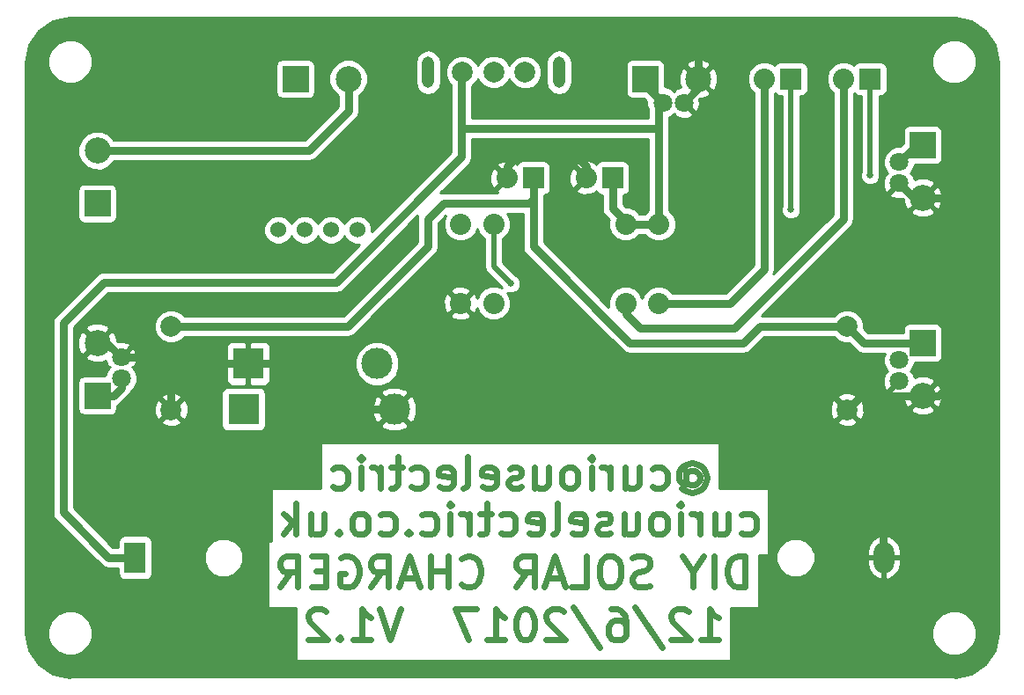
<source format=gbr>
G04 #@! TF.FileFunction,Copper,L2,Bot,Signal*
%FSLAX46Y46*%
G04 Gerber Fmt 4.6, Leading zero omitted, Abs format (unit mm)*
G04 Created by KiCad (PCBNEW 4.0.4-stable) date 08/18/17 15:21:28*
%MOMM*%
%LPD*%
G01*
G04 APERTURE LIST*
%ADD10C,0.100000*%
%ADD11C,0.600000*%
%ADD12C,2.000000*%
%ADD13C,3.000000*%
%ADD14R,3.000000X3.000000*%
%ADD15C,1.524000*%
%ADD16C,2.032000*%
%ADD17R,2.032000X2.032000*%
%ADD18R,2.499360X2.499360*%
%ADD19C,2.499360*%
%ADD20R,2.000000X3.000000*%
%ADD21O,2.000000X3.000000*%
%ADD22C,1.800000*%
%ADD23O,1.200000X3.000000*%
%ADD24C,0.635000*%
%ADD25C,0.762000*%
%ADD26C,0.508000*%
%ADD27C,0.254000*%
G04 APERTURE END LIST*
D10*
D11*
X66260000Y4992857D02*
X67974285Y4992857D01*
X67117143Y4992857D02*
X67117143Y7992857D01*
X67402857Y7564286D01*
X67688571Y7278571D01*
X67974285Y7135714D01*
X65117142Y7707143D02*
X64974285Y7850000D01*
X64688571Y7992857D01*
X63974285Y7992857D01*
X63688571Y7850000D01*
X63545714Y7707143D01*
X63402857Y7421429D01*
X63402857Y7135714D01*
X63545714Y6707143D01*
X65260000Y4992857D01*
X63402857Y4992857D01*
X59974285Y8135714D02*
X62545714Y4278571D01*
X57688571Y7992857D02*
X58260000Y7992857D01*
X58545714Y7850000D01*
X58688571Y7707143D01*
X58974285Y7278571D01*
X59117142Y6707143D01*
X59117142Y5564286D01*
X58974285Y5278571D01*
X58831428Y5135714D01*
X58545714Y4992857D01*
X57974285Y4992857D01*
X57688571Y5135714D01*
X57545714Y5278571D01*
X57402857Y5564286D01*
X57402857Y6278571D01*
X57545714Y6564286D01*
X57688571Y6707143D01*
X57974285Y6850000D01*
X58545714Y6850000D01*
X58831428Y6707143D01*
X58974285Y6564286D01*
X59117142Y6278571D01*
X53974285Y8135714D02*
X56545714Y4278571D01*
X53117142Y7707143D02*
X52974285Y7850000D01*
X52688571Y7992857D01*
X51974285Y7992857D01*
X51688571Y7850000D01*
X51545714Y7707143D01*
X51402857Y7421429D01*
X51402857Y7135714D01*
X51545714Y6707143D01*
X53260000Y4992857D01*
X51402857Y4992857D01*
X49545714Y7992857D02*
X49259999Y7992857D01*
X48974285Y7850000D01*
X48831428Y7707143D01*
X48688571Y7421429D01*
X48545714Y6850000D01*
X48545714Y6135714D01*
X48688571Y5564286D01*
X48831428Y5278571D01*
X48974285Y5135714D01*
X49259999Y4992857D01*
X49545714Y4992857D01*
X49831428Y5135714D01*
X49974285Y5278571D01*
X50117142Y5564286D01*
X50259999Y6135714D01*
X50259999Y6850000D01*
X50117142Y7421429D01*
X49974285Y7707143D01*
X49831428Y7850000D01*
X49545714Y7992857D01*
X45688571Y4992857D02*
X47402856Y4992857D01*
X46545714Y4992857D02*
X46545714Y7992857D01*
X46831428Y7564286D01*
X47117142Y7278571D01*
X47402856Y7135714D01*
X44688571Y7992857D02*
X42688571Y7992857D01*
X43974285Y4992857D01*
X37402857Y7992857D02*
X36402857Y4992857D01*
X35402857Y7992857D01*
X32831428Y4992857D02*
X34545713Y4992857D01*
X33688571Y4992857D02*
X33688571Y7992857D01*
X33974285Y7564286D01*
X34259999Y7278571D01*
X34545713Y7135714D01*
X31545713Y5278571D02*
X31402856Y5135714D01*
X31545713Y4992857D01*
X31688570Y5135714D01*
X31545713Y5278571D01*
X31545713Y4992857D01*
X30259999Y7707143D02*
X30117142Y7850000D01*
X29831428Y7992857D01*
X29117142Y7992857D01*
X28831428Y7850000D01*
X28688571Y7707143D01*
X28545714Y7421429D01*
X28545714Y7135714D01*
X28688571Y6707143D01*
X30402857Y4992857D01*
X28545714Y4992857D01*
X70545714Y10072857D02*
X70545714Y13072857D01*
X69831429Y13072857D01*
X69402857Y12930000D01*
X69117143Y12644286D01*
X68974286Y12358571D01*
X68831429Y11787143D01*
X68831429Y11358571D01*
X68974286Y10787143D01*
X69117143Y10501429D01*
X69402857Y10215714D01*
X69831429Y10072857D01*
X70545714Y10072857D01*
X67545714Y10072857D02*
X67545714Y13072857D01*
X65545715Y11501429D02*
X65545715Y10072857D01*
X66545715Y13072857D02*
X65545715Y11501429D01*
X64545715Y13072857D01*
X61402857Y10215714D02*
X60974286Y10072857D01*
X60260000Y10072857D01*
X59974286Y10215714D01*
X59831429Y10358571D01*
X59688572Y10644286D01*
X59688572Y10930000D01*
X59831429Y11215714D01*
X59974286Y11358571D01*
X60260000Y11501429D01*
X60831429Y11644286D01*
X61117143Y11787143D01*
X61260000Y11930000D01*
X61402857Y12215714D01*
X61402857Y12501429D01*
X61260000Y12787143D01*
X61117143Y12930000D01*
X60831429Y13072857D01*
X60117143Y13072857D01*
X59688572Y12930000D01*
X57831429Y13072857D02*
X57260000Y13072857D01*
X56974286Y12930000D01*
X56688572Y12644286D01*
X56545714Y12072857D01*
X56545714Y11072857D01*
X56688572Y10501429D01*
X56974286Y10215714D01*
X57260000Y10072857D01*
X57831429Y10072857D01*
X58117143Y10215714D01*
X58402857Y10501429D01*
X58545714Y11072857D01*
X58545714Y12072857D01*
X58402857Y12644286D01*
X58117143Y12930000D01*
X57831429Y13072857D01*
X53831429Y10072857D02*
X55260000Y10072857D01*
X55260000Y13072857D01*
X52974286Y10930000D02*
X51545715Y10930000D01*
X53260001Y10072857D02*
X52260001Y13072857D01*
X51260001Y10072857D01*
X48545715Y10072857D02*
X49545715Y11501429D01*
X50260000Y10072857D02*
X50260000Y13072857D01*
X49117143Y13072857D01*
X48831429Y12930000D01*
X48688572Y12787143D01*
X48545715Y12501429D01*
X48545715Y12072857D01*
X48688572Y11787143D01*
X48831429Y11644286D01*
X49117143Y11501429D01*
X50260000Y11501429D01*
X43260001Y10358571D02*
X43402858Y10215714D01*
X43831429Y10072857D01*
X44117143Y10072857D01*
X44545715Y10215714D01*
X44831429Y10501429D01*
X44974286Y10787143D01*
X45117143Y11358571D01*
X45117143Y11787143D01*
X44974286Y12358571D01*
X44831429Y12644286D01*
X44545715Y12930000D01*
X44117143Y13072857D01*
X43831429Y13072857D01*
X43402858Y12930000D01*
X43260001Y12787143D01*
X41974286Y10072857D02*
X41974286Y13072857D01*
X41974286Y11644286D02*
X40260001Y11644286D01*
X40260001Y10072857D02*
X40260001Y13072857D01*
X38974286Y10930000D02*
X37545715Y10930000D01*
X39260001Y10072857D02*
X38260001Y13072857D01*
X37260001Y10072857D01*
X34545715Y10072857D02*
X35545715Y11501429D01*
X36260000Y10072857D02*
X36260000Y13072857D01*
X35117143Y13072857D01*
X34831429Y12930000D01*
X34688572Y12787143D01*
X34545715Y12501429D01*
X34545715Y12072857D01*
X34688572Y11787143D01*
X34831429Y11644286D01*
X35117143Y11501429D01*
X36260000Y11501429D01*
X31688572Y12930000D02*
X31974286Y13072857D01*
X32402857Y13072857D01*
X32831429Y12930000D01*
X33117143Y12644286D01*
X33260000Y12358571D01*
X33402857Y11787143D01*
X33402857Y11358571D01*
X33260000Y10787143D01*
X33117143Y10501429D01*
X32831429Y10215714D01*
X32402857Y10072857D01*
X32117143Y10072857D01*
X31688572Y10215714D01*
X31545715Y10358571D01*
X31545715Y11358571D01*
X32117143Y11358571D01*
X30260000Y11644286D02*
X29260000Y11644286D01*
X28831429Y10072857D02*
X30260000Y10072857D01*
X30260000Y13072857D01*
X28831429Y13072857D01*
X25831429Y10072857D02*
X26831429Y11501429D01*
X27545714Y10072857D02*
X27545714Y13072857D01*
X26402857Y13072857D01*
X26117143Y12930000D01*
X25974286Y12787143D01*
X25831429Y12501429D01*
X25831429Y12072857D01*
X25974286Y11787143D01*
X26117143Y11644286D01*
X26402857Y11501429D01*
X27545714Y11501429D01*
X70180715Y15295714D02*
X70466429Y15152857D01*
X71037858Y15152857D01*
X71323572Y15295714D01*
X71466429Y15438571D01*
X71609286Y15724286D01*
X71609286Y16581429D01*
X71466429Y16867143D01*
X71323572Y17010000D01*
X71037858Y17152857D01*
X70466429Y17152857D01*
X70180715Y17010000D01*
X67609286Y17152857D02*
X67609286Y15152857D01*
X68895000Y17152857D02*
X68895000Y15581429D01*
X68752143Y15295714D01*
X68466429Y15152857D01*
X68037857Y15152857D01*
X67752143Y15295714D01*
X67609286Y15438571D01*
X66180714Y15152857D02*
X66180714Y17152857D01*
X66180714Y16581429D02*
X66037857Y16867143D01*
X65895000Y17010000D01*
X65609286Y17152857D01*
X65323571Y17152857D01*
X64323571Y15152857D02*
X64323571Y17152857D01*
X64323571Y18152857D02*
X64466428Y18010000D01*
X64323571Y17867143D01*
X64180714Y18010000D01*
X64323571Y18152857D01*
X64323571Y17867143D01*
X62466429Y15152857D02*
X62752143Y15295714D01*
X62895000Y15438571D01*
X63037857Y15724286D01*
X63037857Y16581429D01*
X62895000Y16867143D01*
X62752143Y17010000D01*
X62466429Y17152857D01*
X62037857Y17152857D01*
X61752143Y17010000D01*
X61609286Y16867143D01*
X61466429Y16581429D01*
X61466429Y15724286D01*
X61609286Y15438571D01*
X61752143Y15295714D01*
X62037857Y15152857D01*
X62466429Y15152857D01*
X58895000Y17152857D02*
X58895000Y15152857D01*
X60180714Y17152857D02*
X60180714Y15581429D01*
X60037857Y15295714D01*
X59752143Y15152857D01*
X59323571Y15152857D01*
X59037857Y15295714D01*
X58895000Y15438571D01*
X57609285Y15295714D02*
X57323571Y15152857D01*
X56752143Y15152857D01*
X56466428Y15295714D01*
X56323571Y15581429D01*
X56323571Y15724286D01*
X56466428Y16010000D01*
X56752143Y16152857D01*
X57180714Y16152857D01*
X57466428Y16295714D01*
X57609285Y16581429D01*
X57609285Y16724286D01*
X57466428Y17010000D01*
X57180714Y17152857D01*
X56752143Y17152857D01*
X56466428Y17010000D01*
X53895000Y15295714D02*
X54180714Y15152857D01*
X54752143Y15152857D01*
X55037857Y15295714D01*
X55180714Y15581429D01*
X55180714Y16724286D01*
X55037857Y17010000D01*
X54752143Y17152857D01*
X54180714Y17152857D01*
X53895000Y17010000D01*
X53752143Y16724286D01*
X53752143Y16438571D01*
X55180714Y16152857D01*
X52037857Y15152857D02*
X52323571Y15295714D01*
X52466428Y15581429D01*
X52466428Y18152857D01*
X49752142Y15295714D02*
X50037856Y15152857D01*
X50609285Y15152857D01*
X50894999Y15295714D01*
X51037856Y15581429D01*
X51037856Y16724286D01*
X50894999Y17010000D01*
X50609285Y17152857D01*
X50037856Y17152857D01*
X49752142Y17010000D01*
X49609285Y16724286D01*
X49609285Y16438571D01*
X51037856Y16152857D01*
X47037856Y15295714D02*
X47323570Y15152857D01*
X47894999Y15152857D01*
X48180713Y15295714D01*
X48323570Y15438571D01*
X48466427Y15724286D01*
X48466427Y16581429D01*
X48323570Y16867143D01*
X48180713Y17010000D01*
X47894999Y17152857D01*
X47323570Y17152857D01*
X47037856Y17010000D01*
X46180713Y17152857D02*
X45037856Y17152857D01*
X45752141Y18152857D02*
X45752141Y15581429D01*
X45609284Y15295714D01*
X45323570Y15152857D01*
X45037856Y15152857D01*
X44037855Y15152857D02*
X44037855Y17152857D01*
X44037855Y16581429D02*
X43894998Y16867143D01*
X43752141Y17010000D01*
X43466427Y17152857D01*
X43180712Y17152857D01*
X42180712Y15152857D02*
X42180712Y17152857D01*
X42180712Y18152857D02*
X42323569Y18010000D01*
X42180712Y17867143D01*
X42037855Y18010000D01*
X42180712Y18152857D01*
X42180712Y17867143D01*
X39466427Y15295714D02*
X39752141Y15152857D01*
X40323570Y15152857D01*
X40609284Y15295714D01*
X40752141Y15438571D01*
X40894998Y15724286D01*
X40894998Y16581429D01*
X40752141Y16867143D01*
X40609284Y17010000D01*
X40323570Y17152857D01*
X39752141Y17152857D01*
X39466427Y17010000D01*
X38180712Y15438571D02*
X38037855Y15295714D01*
X38180712Y15152857D01*
X38323569Y15295714D01*
X38180712Y15438571D01*
X38180712Y15152857D01*
X35466427Y15295714D02*
X35752141Y15152857D01*
X36323570Y15152857D01*
X36609284Y15295714D01*
X36752141Y15438571D01*
X36894998Y15724286D01*
X36894998Y16581429D01*
X36752141Y16867143D01*
X36609284Y17010000D01*
X36323570Y17152857D01*
X35752141Y17152857D01*
X35466427Y17010000D01*
X33752141Y15152857D02*
X34037855Y15295714D01*
X34180712Y15438571D01*
X34323569Y15724286D01*
X34323569Y16581429D01*
X34180712Y16867143D01*
X34037855Y17010000D01*
X33752141Y17152857D01*
X33323569Y17152857D01*
X33037855Y17010000D01*
X32894998Y16867143D01*
X32752141Y16581429D01*
X32752141Y15724286D01*
X32894998Y15438571D01*
X33037855Y15295714D01*
X33323569Y15152857D01*
X33752141Y15152857D01*
X31466426Y15438571D02*
X31323569Y15295714D01*
X31466426Y15152857D01*
X31609283Y15295714D01*
X31466426Y15438571D01*
X31466426Y15152857D01*
X28752141Y17152857D02*
X28752141Y15152857D01*
X30037855Y17152857D02*
X30037855Y15581429D01*
X29894998Y15295714D01*
X29609284Y15152857D01*
X29180712Y15152857D01*
X28894998Y15295714D01*
X28752141Y15438571D01*
X27323569Y15152857D02*
X27323569Y18152857D01*
X27037855Y16295714D02*
X26180712Y15152857D01*
X26180712Y17152857D02*
X27323569Y16010000D01*
X64895001Y21026429D02*
X65037859Y21169286D01*
X65323573Y21312143D01*
X65609287Y21312143D01*
X65895001Y21169286D01*
X66037859Y21026429D01*
X66180716Y20740714D01*
X66180716Y20455000D01*
X66037859Y20169286D01*
X65895001Y20026429D01*
X65609287Y19883571D01*
X65323573Y19883571D01*
X65037859Y20026429D01*
X64895001Y20169286D01*
X64895001Y21312143D02*
X64895001Y20169286D01*
X64752144Y20026429D01*
X64609287Y20026429D01*
X64323573Y20169286D01*
X64180716Y20455000D01*
X64180716Y21169286D01*
X64466430Y21597857D01*
X64895001Y21883571D01*
X65466430Y22026429D01*
X66037859Y21883571D01*
X66466430Y21597857D01*
X66752144Y21169286D01*
X66895001Y20597857D01*
X66752144Y20026429D01*
X66466430Y19597857D01*
X66037859Y19312143D01*
X65466430Y19169286D01*
X64895001Y19312143D01*
X64466430Y19597857D01*
X61609287Y19740714D02*
X61895001Y19597857D01*
X62466430Y19597857D01*
X62752144Y19740714D01*
X62895001Y19883571D01*
X63037858Y20169286D01*
X63037858Y21026429D01*
X62895001Y21312143D01*
X62752144Y21455000D01*
X62466430Y21597857D01*
X61895001Y21597857D01*
X61609287Y21455000D01*
X59037858Y21597857D02*
X59037858Y19597857D01*
X60323572Y21597857D02*
X60323572Y20026429D01*
X60180715Y19740714D01*
X59895001Y19597857D01*
X59466429Y19597857D01*
X59180715Y19740714D01*
X59037858Y19883571D01*
X57609286Y19597857D02*
X57609286Y21597857D01*
X57609286Y21026429D02*
X57466429Y21312143D01*
X57323572Y21455000D01*
X57037858Y21597857D01*
X56752143Y21597857D01*
X55752143Y19597857D02*
X55752143Y21597857D01*
X55752143Y22597857D02*
X55895000Y22455000D01*
X55752143Y22312143D01*
X55609286Y22455000D01*
X55752143Y22597857D01*
X55752143Y22312143D01*
X53895001Y19597857D02*
X54180715Y19740714D01*
X54323572Y19883571D01*
X54466429Y20169286D01*
X54466429Y21026429D01*
X54323572Y21312143D01*
X54180715Y21455000D01*
X53895001Y21597857D01*
X53466429Y21597857D01*
X53180715Y21455000D01*
X53037858Y21312143D01*
X52895001Y21026429D01*
X52895001Y20169286D01*
X53037858Y19883571D01*
X53180715Y19740714D01*
X53466429Y19597857D01*
X53895001Y19597857D01*
X50323572Y21597857D02*
X50323572Y19597857D01*
X51609286Y21597857D02*
X51609286Y20026429D01*
X51466429Y19740714D01*
X51180715Y19597857D01*
X50752143Y19597857D01*
X50466429Y19740714D01*
X50323572Y19883571D01*
X49037857Y19740714D02*
X48752143Y19597857D01*
X48180715Y19597857D01*
X47895000Y19740714D01*
X47752143Y20026429D01*
X47752143Y20169286D01*
X47895000Y20455000D01*
X48180715Y20597857D01*
X48609286Y20597857D01*
X48895000Y20740714D01*
X49037857Y21026429D01*
X49037857Y21169286D01*
X48895000Y21455000D01*
X48609286Y21597857D01*
X48180715Y21597857D01*
X47895000Y21455000D01*
X45323572Y19740714D02*
X45609286Y19597857D01*
X46180715Y19597857D01*
X46466429Y19740714D01*
X46609286Y20026429D01*
X46609286Y21169286D01*
X46466429Y21455000D01*
X46180715Y21597857D01*
X45609286Y21597857D01*
X45323572Y21455000D01*
X45180715Y21169286D01*
X45180715Y20883571D01*
X46609286Y20597857D01*
X43466429Y19597857D02*
X43752143Y19740714D01*
X43895000Y20026429D01*
X43895000Y22597857D01*
X41180714Y19740714D02*
X41466428Y19597857D01*
X42037857Y19597857D01*
X42323571Y19740714D01*
X42466428Y20026429D01*
X42466428Y21169286D01*
X42323571Y21455000D01*
X42037857Y21597857D01*
X41466428Y21597857D01*
X41180714Y21455000D01*
X41037857Y21169286D01*
X41037857Y20883571D01*
X42466428Y20597857D01*
X38466428Y19740714D02*
X38752142Y19597857D01*
X39323571Y19597857D01*
X39609285Y19740714D01*
X39752142Y19883571D01*
X39894999Y20169286D01*
X39894999Y21026429D01*
X39752142Y21312143D01*
X39609285Y21455000D01*
X39323571Y21597857D01*
X38752142Y21597857D01*
X38466428Y21455000D01*
X37609285Y21597857D02*
X36466428Y21597857D01*
X37180713Y22597857D02*
X37180713Y20026429D01*
X37037856Y19740714D01*
X36752142Y19597857D01*
X36466428Y19597857D01*
X35466427Y19597857D02*
X35466427Y21597857D01*
X35466427Y21026429D02*
X35323570Y21312143D01*
X35180713Y21455000D01*
X34894999Y21597857D01*
X34609284Y21597857D01*
X33609284Y19597857D02*
X33609284Y21597857D01*
X33609284Y22597857D02*
X33752141Y22455000D01*
X33609284Y22312143D01*
X33466427Y22455000D01*
X33609284Y22597857D01*
X33609284Y22312143D01*
X30894999Y19740714D02*
X31180713Y19597857D01*
X31752142Y19597857D01*
X32037856Y19740714D01*
X32180713Y19883571D01*
X32323570Y20169286D01*
X32323570Y21026429D01*
X32180713Y21312143D01*
X32037856Y21455000D01*
X31752142Y21597857D01*
X31180713Y21597857D01*
X30894999Y21455000D01*
D12*
X15355000Y27155000D03*
X15355000Y35155000D03*
X80355000Y27155000D03*
X80355000Y35155000D03*
D13*
X35155000Y31570000D03*
D14*
X22755000Y31570000D03*
X22320000Y27190000D03*
D13*
X36820000Y27190000D03*
D15*
X25650000Y44440000D03*
X28190000Y44440000D03*
X30730000Y44440000D03*
X33270000Y44440000D03*
D16*
X43180000Y45010000D03*
X43180000Y37390000D03*
X46355000Y37390000D03*
X46355000Y45010000D03*
X59055000Y45010000D03*
X59055000Y37390000D03*
X62230000Y45010000D03*
X62230000Y37390000D03*
D17*
X50165000Y49455000D03*
D16*
X47625000Y49455000D03*
D17*
X57785000Y49455000D03*
D16*
X55245000Y49455000D03*
D18*
X27305000Y58980000D03*
D19*
X32385000Y58980000D03*
D20*
X11890000Y12905000D03*
D21*
X83890000Y12905000D03*
D18*
X60960000Y58980000D03*
D19*
X66040000Y58980000D03*
D22*
X62611000Y56694000D03*
X64643000Y56694000D03*
D16*
X80010000Y58980000D03*
D17*
X82550000Y58980000D03*
D16*
X72390000Y58980000D03*
D17*
X74930000Y58980000D03*
D18*
X87630000Y52630000D03*
D19*
X87630000Y47550000D03*
D22*
X85344000Y50979000D03*
X85344000Y48947000D03*
D18*
X8255000Y46990000D03*
D19*
X8255000Y52070000D03*
D18*
X8255000Y28500000D03*
D19*
X8255000Y33580000D03*
D22*
X10541000Y30151000D03*
X10541000Y32183000D03*
D18*
X87630000Y33580000D03*
D19*
X87630000Y28500000D03*
D22*
X85344000Y31929000D03*
X85344000Y29897000D03*
D12*
X46362620Y59640400D03*
X43355000Y59615000D03*
X49355000Y59615000D03*
D23*
X40055000Y59615000D03*
X52655000Y59615000D03*
D24*
X74930000Y46407000D03*
X48006000Y39295000D03*
X82550000Y49709000D03*
D25*
X62230000Y54229000D02*
X43356600Y54229000D01*
X43356600Y54229000D02*
X43281600Y54154000D01*
X11890000Y12905000D02*
X9320000Y12905000D01*
X19431000Y39422000D02*
X31242000Y39422000D01*
X31242000Y39422000D02*
X43281600Y51461600D01*
X43281600Y51461600D02*
X43281600Y54154000D01*
X8890000Y39422000D02*
X4953000Y35485000D01*
X4953000Y35485000D02*
X4953000Y17272000D01*
X19431000Y39422000D02*
X8890000Y39422000D01*
X9320000Y12905000D02*
X4953000Y17272000D01*
X43281600Y54154000D02*
X43281600Y59640400D01*
X62230000Y45010000D02*
X62230000Y54229000D01*
X62230000Y54229000D02*
X62230000Y54154000D01*
X62230000Y54154000D02*
X62230000Y56313000D01*
X62230000Y56313000D02*
X62611000Y56694000D01*
X59055000Y45010000D02*
X59055000Y45264000D01*
X59055000Y45264000D02*
X57785000Y46534000D01*
X57785000Y46534000D02*
X57785000Y49455000D01*
X62230000Y45010000D02*
X59055000Y45010000D01*
X87630000Y52630000D02*
X86995000Y52630000D01*
X86995000Y52630000D02*
X85344000Y50979000D01*
X60960000Y58980000D02*
X60960000Y58345000D01*
X60960000Y58345000D02*
X62611000Y56694000D01*
X22755000Y31570000D02*
X26469000Y31570000D01*
X30849000Y27190000D02*
X36820000Y27190000D01*
X26469000Y31570000D02*
X30849000Y27190000D01*
X15355000Y30353000D02*
X18161000Y30353000D01*
X19378000Y31570000D02*
X22755000Y31570000D01*
X18161000Y30353000D02*
X19378000Y31570000D01*
X83820000Y28500000D02*
X83820000Y12975000D01*
X83820000Y12975000D02*
X83890000Y12905000D01*
X80355000Y27155000D02*
X81700000Y28500000D01*
X10541000Y32183000D02*
X13589000Y32183000D01*
X15355000Y30417000D02*
X15355000Y30353000D01*
X15355000Y30353000D02*
X15355000Y27155000D01*
X13589000Y32183000D02*
X15355000Y30417000D01*
X8255000Y33580000D02*
X9144000Y33580000D01*
X9144000Y33580000D02*
X10541000Y32183000D01*
X47625000Y49455000D02*
X47625000Y50598000D01*
X55245000Y50598000D02*
X55245000Y49455000D01*
X53975000Y51868000D02*
X55245000Y50598000D01*
X48895000Y51868000D02*
X53975000Y51868000D01*
X47625000Y50598000D02*
X48895000Y51868000D01*
X87630000Y47550000D02*
X90932000Y47550000D01*
X90932000Y47550000D02*
X91059000Y47550000D01*
X91059000Y47550000D02*
X90932000Y47550000D01*
X66040000Y58980000D02*
X66040000Y61647000D01*
X66040000Y61647000D02*
X67564000Y63171000D01*
X67564000Y63171000D02*
X82042000Y63171000D01*
X82042000Y63171000D02*
X90932000Y54281000D01*
X90932000Y54281000D02*
X90932000Y47550000D01*
X90932000Y47550000D02*
X90932000Y45645000D01*
X90932000Y30278000D02*
X90932000Y45645000D01*
X89154000Y28500000D02*
X90932000Y30278000D01*
X87630000Y28500000D02*
X89154000Y28500000D01*
X87630000Y28500000D02*
X83820000Y28500000D01*
X83820000Y28500000D02*
X83693000Y28500000D01*
X83693000Y28500000D02*
X81700000Y28500000D01*
X81700000Y28500000D02*
X80355000Y27155000D01*
X87630000Y47550000D02*
X86741000Y47550000D01*
X86741000Y47550000D02*
X85344000Y48947000D01*
X66040000Y58980000D02*
X66040000Y58091000D01*
X66040000Y58091000D02*
X64643000Y56694000D01*
X8255000Y28500000D02*
X9779000Y28500000D01*
X9779000Y28500000D02*
X10541000Y29262000D01*
X10541000Y29262000D02*
X10541000Y30151000D01*
X80355000Y35155000D02*
X71933000Y35155000D01*
X50165000Y42851000D02*
X50165000Y49455000D01*
X59436000Y33580000D02*
X50165000Y42851000D01*
X70358000Y33580000D02*
X59436000Y33580000D01*
X71933000Y35155000D02*
X70358000Y33580000D01*
X15355000Y35155000D02*
X32309000Y35155000D01*
X50165000Y47423000D02*
X50165000Y49455000D01*
X49784000Y47042000D02*
X50165000Y47423000D01*
X41529000Y47042000D02*
X49784000Y47042000D01*
X40005000Y45518000D02*
X41529000Y47042000D01*
X40005000Y42851000D02*
X40005000Y45518000D01*
X32309000Y35155000D02*
X40005000Y42851000D01*
X87630000Y33580000D02*
X81930000Y33580000D01*
X81930000Y33580000D02*
X80355000Y35155000D01*
X59055000Y37390000D02*
X59055000Y36374000D01*
X59055000Y36374000D02*
X60452000Y34977000D01*
X60452000Y34977000D02*
X69469000Y34977000D01*
X69469000Y34977000D02*
X80010000Y45518000D01*
X80010000Y45518000D02*
X80010000Y58980000D01*
X62230000Y37390000D02*
X69088000Y37390000D01*
X72390000Y40692000D02*
X72390000Y58980000D01*
X69088000Y37390000D02*
X72390000Y40692000D01*
D26*
X74930000Y58980000D02*
X74930000Y46407000D01*
X46355000Y40946000D02*
X48006000Y39295000D01*
X46355000Y40946000D02*
X46355000Y45010000D01*
X82550000Y58980000D02*
X82550000Y49709000D01*
D25*
X8255000Y52070000D02*
X28575000Y52070000D01*
X32385000Y55880000D02*
X32385000Y58980000D01*
X28575000Y52070000D02*
X32385000Y55880000D01*
X22285000Y27155000D02*
X22320000Y27190000D01*
D27*
G36*
X92261634Y64562043D02*
X93640629Y63640629D01*
X94562043Y62261634D01*
X94900000Y60562610D01*
X94900000Y5707390D01*
X94562043Y4008366D01*
X93640629Y2629371D01*
X92261634Y1707957D01*
X90724488Y1402200D01*
X90635000Y1420000D01*
X5635000Y1420000D01*
X5545512Y1402200D01*
X4008366Y1707957D01*
X2629371Y2629371D01*
X1707957Y4008366D01*
X1468503Y5212185D01*
X3499630Y5212185D01*
X3823980Y4427200D01*
X4424041Y3826091D01*
X5208459Y3500372D01*
X6057815Y3499630D01*
X6842800Y3823980D01*
X7443909Y4424041D01*
X7769628Y5208459D01*
X7770370Y6057815D01*
X7446020Y6842800D01*
X6845959Y7443909D01*
X6061541Y7769628D01*
X5212185Y7770370D01*
X4427200Y7446020D01*
X3826091Y6845959D01*
X3500372Y6061541D01*
X3499630Y5212185D01*
X1468503Y5212185D01*
X1370000Y5707390D01*
X1370000Y35485000D01*
X3937000Y35485000D01*
X3937000Y17272000D01*
X4001507Y16947700D01*
X4014338Y16883193D01*
X4234580Y16553580D01*
X8601580Y12186579D01*
X8931193Y11966338D01*
X9320000Y11889000D01*
X10242560Y11889000D01*
X10242560Y11405000D01*
X10286838Y11169683D01*
X10425910Y10953559D01*
X10638110Y10808569D01*
X10890000Y10757560D01*
X12890000Y10757560D01*
X13125317Y10801838D01*
X13341441Y10940910D01*
X13486431Y11153110D01*
X13537440Y11405000D01*
X13537440Y12531695D01*
X18504674Y12531695D01*
X18791043Y11838628D01*
X19320839Y11307907D01*
X20013405Y11020328D01*
X20763305Y11019674D01*
X21456372Y11306043D01*
X21987093Y11835839D01*
X22274672Y12528405D01*
X22275326Y13278305D01*
X21988957Y13971372D01*
X21496190Y14465000D01*
X24625000Y14465000D01*
X24625000Y8095000D01*
X27339286Y8095000D01*
X27339286Y3015000D01*
X69180715Y3015000D01*
X69180715Y5212185D01*
X88499630Y5212185D01*
X88823980Y4427200D01*
X89424041Y3826091D01*
X90208459Y3500372D01*
X91057815Y3499630D01*
X91842800Y3823980D01*
X92443909Y4424041D01*
X92769628Y5208459D01*
X92770370Y6057815D01*
X92446020Y6842800D01*
X91845959Y7443909D01*
X91061541Y7769628D01*
X90212185Y7770370D01*
X89427200Y7446020D01*
X88826091Y6845959D01*
X88500372Y6061541D01*
X88499630Y5212185D01*
X69180715Y5212185D01*
X69180715Y8095000D01*
X71895000Y8095000D01*
X71895000Y12531695D01*
X73504674Y12531695D01*
X73791043Y11838628D01*
X74320839Y11307907D01*
X75013405Y11020328D01*
X75763305Y11019674D01*
X76456372Y11306043D01*
X76987093Y11835839D01*
X77274672Y12528405D01*
X77274889Y12778000D01*
X82255000Y12778000D01*
X82255000Y12278000D01*
X82428058Y11661980D01*
X82823683Y11159078D01*
X83381645Y10845856D01*
X83509566Y10814876D01*
X83763000Y10934223D01*
X83763000Y12778000D01*
X84017000Y12778000D01*
X84017000Y10934223D01*
X84270434Y10814876D01*
X84398355Y10845856D01*
X84956317Y11159078D01*
X85351942Y11661980D01*
X85525000Y12278000D01*
X85525000Y12778000D01*
X84017000Y12778000D01*
X83763000Y12778000D01*
X82255000Y12778000D01*
X77274889Y12778000D01*
X77275326Y13278305D01*
X77170502Y13532000D01*
X82255000Y13532000D01*
X82255000Y13032000D01*
X83763000Y13032000D01*
X83763000Y14875777D01*
X84017000Y14875777D01*
X84017000Y13032000D01*
X85525000Y13032000D01*
X85525000Y13532000D01*
X85351942Y14148020D01*
X84956317Y14650922D01*
X84398355Y14964144D01*
X84270434Y14995124D01*
X84017000Y14875777D01*
X83763000Y14875777D01*
X83509566Y14995124D01*
X83381645Y14964144D01*
X82823683Y14650922D01*
X82428058Y14148020D01*
X82255000Y13532000D01*
X77170502Y13532000D01*
X76988957Y13971372D01*
X76459161Y14502093D01*
X75766595Y14789672D01*
X75016695Y14790326D01*
X74323628Y14503957D01*
X73792907Y13974161D01*
X73505328Y13281595D01*
X73504674Y12531695D01*
X71895000Y12531695D01*
X71895000Y13175000D01*
X72815716Y13175000D01*
X72815716Y19545000D01*
X68101430Y19545000D01*
X68101430Y23990000D01*
X29688570Y23990000D01*
X29688570Y19545000D01*
X24974285Y19545000D01*
X24974285Y14465000D01*
X24625000Y14465000D01*
X21496190Y14465000D01*
X21459161Y14502093D01*
X20766595Y14789672D01*
X20016695Y14790326D01*
X19323628Y14503957D01*
X18792907Y13974161D01*
X18505328Y13281595D01*
X18504674Y12531695D01*
X13537440Y12531695D01*
X13537440Y14405000D01*
X13493162Y14640317D01*
X13354090Y14856441D01*
X13141890Y15001431D01*
X12890000Y15052440D01*
X10890000Y15052440D01*
X10654683Y15008162D01*
X10438559Y14869090D01*
X10293569Y14656890D01*
X10242560Y14405000D01*
X10242560Y13921000D01*
X9740841Y13921000D01*
X5969000Y17692840D01*
X5969000Y26002468D01*
X14382073Y26002468D01*
X14480736Y25735613D01*
X15090461Y25509092D01*
X15740460Y25533144D01*
X16229264Y25735613D01*
X16327927Y26002468D01*
X15355000Y26975395D01*
X14382073Y26002468D01*
X5969000Y26002468D01*
X5969000Y29749680D01*
X6357880Y29749680D01*
X6357880Y27250320D01*
X6402158Y27015003D01*
X6541230Y26798879D01*
X6753430Y26653889D01*
X7005320Y26602880D01*
X9504680Y26602880D01*
X9739997Y26647158D01*
X9956121Y26786230D01*
X10101111Y26998430D01*
X10152120Y27250320D01*
X10152120Y27419539D01*
X13709092Y27419539D01*
X13733144Y26769540D01*
X13935613Y26280736D01*
X14202468Y26182073D01*
X15175395Y27155000D01*
X15534605Y27155000D01*
X16507532Y26182073D01*
X16774387Y26280736D01*
X17000908Y26890461D01*
X16976856Y27540460D01*
X16774387Y28029264D01*
X16507532Y28127927D01*
X15534605Y27155000D01*
X15175395Y27155000D01*
X14202468Y28127927D01*
X13935613Y28029264D01*
X13709092Y27419539D01*
X10152120Y27419539D01*
X10152120Y27558218D01*
X10167807Y27561338D01*
X10497420Y27781580D01*
X11023372Y28307532D01*
X14382073Y28307532D01*
X15355000Y27334605D01*
X16327927Y28307532D01*
X16229264Y28574387D01*
X15918070Y28690000D01*
X20172560Y28690000D01*
X20172560Y25690000D01*
X20216838Y25454683D01*
X20355910Y25238559D01*
X20568110Y25093569D01*
X20820000Y25042560D01*
X23820000Y25042560D01*
X24055317Y25086838D01*
X24271441Y25225910D01*
X24416431Y25438110D01*
X24464611Y25676030D01*
X35485635Y25676030D01*
X35645418Y25357261D01*
X36436187Y25047277D01*
X37285387Y25063503D01*
X37994582Y25357261D01*
X38154365Y25676030D01*
X36820000Y27010395D01*
X35485635Y25676030D01*
X24464611Y25676030D01*
X24467440Y25690000D01*
X24467440Y27573813D01*
X34677277Y27573813D01*
X34693503Y26724613D01*
X34987261Y26015418D01*
X35306030Y25855635D01*
X36640395Y27190000D01*
X36999605Y27190000D01*
X38333970Y25855635D01*
X38626903Y26002468D01*
X79382073Y26002468D01*
X79480736Y25735613D01*
X80090461Y25509092D01*
X80740460Y25533144D01*
X81229264Y25735613D01*
X81327927Y26002468D01*
X80355000Y26975395D01*
X79382073Y26002468D01*
X38626903Y26002468D01*
X38652739Y26015418D01*
X38962723Y26806187D01*
X38951004Y27419539D01*
X78709092Y27419539D01*
X78733144Y26769540D01*
X78935613Y26280736D01*
X79202468Y26182073D01*
X80175395Y27155000D01*
X80534605Y27155000D01*
X81507532Y26182073D01*
X81774387Y26280736D01*
X82000908Y26890461D01*
X81990679Y27166911D01*
X86476517Y27166911D01*
X86605725Y26874141D01*
X87305883Y26605929D01*
X88055384Y26626072D01*
X88654275Y26874141D01*
X88783483Y27166911D01*
X87630000Y28320395D01*
X86476517Y27166911D01*
X81990679Y27166911D01*
X81976856Y27540460D01*
X81774387Y28029264D01*
X81507532Y28127927D01*
X80534605Y27155000D01*
X80175395Y27155000D01*
X79202468Y28127927D01*
X78935613Y28029264D01*
X78709092Y27419539D01*
X38951004Y27419539D01*
X38946497Y27655387D01*
X38676370Y28307532D01*
X79382073Y28307532D01*
X80355000Y27334605D01*
X81327927Y28307532D01*
X81229264Y28574387D01*
X80619539Y28800908D01*
X79969540Y28776856D01*
X79480736Y28574387D01*
X79382073Y28307532D01*
X38676370Y28307532D01*
X38652739Y28364582D01*
X38333970Y28524365D01*
X36999605Y27190000D01*
X36640395Y27190000D01*
X35306030Y28524365D01*
X34987261Y28364582D01*
X34677277Y27573813D01*
X24467440Y27573813D01*
X24467440Y28690000D01*
X24464812Y28703970D01*
X35485635Y28703970D01*
X36820000Y27369605D01*
X38154365Y28703970D01*
X37994582Y29022739D01*
X37203813Y29332723D01*
X36354613Y29316497D01*
X35645418Y29022739D01*
X35485635Y28703970D01*
X24464812Y28703970D01*
X24423162Y28925317D01*
X24284090Y29141441D01*
X24071890Y29286431D01*
X23820000Y29337440D01*
X20820000Y29337440D01*
X20584683Y29293162D01*
X20368559Y29154090D01*
X20223569Y28941890D01*
X20172560Y28690000D01*
X15918070Y28690000D01*
X15619539Y28800908D01*
X14969540Y28776856D01*
X14480736Y28574387D01*
X14382073Y28307532D01*
X11023372Y28307532D01*
X11259421Y28543580D01*
X11479662Y28873193D01*
X11491056Y28930474D01*
X11841551Y29280357D01*
X12075733Y29844330D01*
X12076265Y30454991D01*
X11843068Y31019371D01*
X11715245Y31147417D01*
X11735718Y31167890D01*
X11621161Y31282447D01*
X11626512Y31284250D01*
X20620000Y31284250D01*
X20620000Y29943690D01*
X20716673Y29710301D01*
X20895302Y29531673D01*
X21128691Y29435000D01*
X22469250Y29435000D01*
X22628000Y29593750D01*
X22628000Y31443000D01*
X22882000Y31443000D01*
X22882000Y29593750D01*
X23040750Y29435000D01*
X24381309Y29435000D01*
X24614698Y29531673D01*
X24793327Y29710301D01*
X24890000Y29943690D01*
X24890000Y31147185D01*
X33019630Y31147185D01*
X33343980Y30362200D01*
X33944041Y29761091D01*
X34728459Y29435372D01*
X35577815Y29434630D01*
X36362800Y29758980D01*
X36963909Y30359041D01*
X37289628Y31143459D01*
X37290370Y31992815D01*
X36966020Y32777800D01*
X36365959Y33378909D01*
X35581541Y33704628D01*
X34732185Y33705370D01*
X33947200Y33381020D01*
X33346091Y32780959D01*
X33020372Y31996541D01*
X33019630Y31147185D01*
X24890000Y31147185D01*
X24890000Y31284250D01*
X24731250Y31443000D01*
X22882000Y31443000D01*
X22628000Y31443000D01*
X20778750Y31443000D01*
X20620000Y31284250D01*
X11626512Y31284250D01*
X11877643Y31368852D01*
X12087458Y31942336D01*
X12061839Y32552460D01*
X11877643Y32997148D01*
X11621159Y33083554D01*
X10720605Y32183000D01*
X10734748Y32168857D01*
X10555143Y31989252D01*
X10541000Y32003395D01*
X10526858Y31989252D01*
X10347253Y32168857D01*
X10361395Y32183000D01*
X10347253Y32197142D01*
X10526858Y32376747D01*
X10541000Y32362605D01*
X11374705Y33196310D01*
X20620000Y33196310D01*
X20620000Y31855750D01*
X20778750Y31697000D01*
X22628000Y31697000D01*
X22628000Y33546250D01*
X22882000Y33546250D01*
X22882000Y31697000D01*
X24731250Y31697000D01*
X24890000Y31855750D01*
X24890000Y33196310D01*
X24793327Y33429699D01*
X24614698Y33608327D01*
X24381309Y33705000D01*
X23040750Y33705000D01*
X22882000Y33546250D01*
X22628000Y33546250D01*
X22469250Y33705000D01*
X21128691Y33705000D01*
X20895302Y33608327D01*
X20716673Y33429699D01*
X20620000Y33196310D01*
X11374705Y33196310D01*
X11441554Y33263159D01*
X11355148Y33519643D01*
X10781664Y33729458D01*
X10171540Y33703839D01*
X10137412Y33689703D01*
X10128928Y34005384D01*
X9880859Y34604275D01*
X9588089Y34733483D01*
X8434605Y33580000D01*
X8448748Y33565858D01*
X8269142Y33386252D01*
X8255000Y33400395D01*
X7101517Y32246911D01*
X7230725Y31954141D01*
X7930883Y31685929D01*
X8680384Y31706072D01*
X9018788Y31846244D01*
X9020161Y31813540D01*
X9204357Y31368852D01*
X9460839Y31282447D01*
X9346282Y31167890D01*
X9366599Y31147573D01*
X9240449Y31021643D01*
X9006267Y30457670D01*
X9006214Y30397120D01*
X7005320Y30397120D01*
X6770003Y30352842D01*
X6553879Y30213770D01*
X6408889Y30001570D01*
X6357880Y29749680D01*
X5969000Y29749680D01*
X5969000Y33904117D01*
X6360929Y33904117D01*
X6381072Y33154616D01*
X6629141Y32555725D01*
X6921911Y32426517D01*
X8075395Y33580000D01*
X6921911Y34733483D01*
X6629141Y34604275D01*
X6360929Y33904117D01*
X5969000Y33904117D01*
X5969000Y34913089D01*
X7101517Y34913089D01*
X8255000Y33759605D01*
X9408483Y34913089D01*
X9279275Y35205859D01*
X8579117Y35474071D01*
X7829616Y35453928D01*
X7230725Y35205859D01*
X7101517Y34913089D01*
X5969000Y34913089D01*
X5969000Y35064160D01*
X9310841Y38406000D01*
X31242000Y38406000D01*
X31566300Y38470507D01*
X31630807Y38483338D01*
X31960420Y38703580D01*
X39042176Y45785336D01*
X38989000Y45518000D01*
X38989000Y43271841D01*
X31888160Y36171000D01*
X16650996Y36171000D01*
X16282363Y36540278D01*
X15681648Y36789716D01*
X15031205Y36790284D01*
X14430057Y36541894D01*
X13969722Y36082363D01*
X13720284Y35481648D01*
X13719716Y34831205D01*
X13968106Y34230057D01*
X14427637Y33769722D01*
X15028352Y33520284D01*
X15678795Y33519716D01*
X16279943Y33768106D01*
X16651486Y34139000D01*
X32309000Y34139000D01*
X32633300Y34203507D01*
X32697807Y34216338D01*
X33027420Y34436580D01*
X34816733Y36225893D01*
X42195498Y36225893D01*
X42296120Y35957378D01*
X42911642Y35728184D01*
X43568019Y35751986D01*
X44063880Y35957378D01*
X44164502Y36225893D01*
X43180000Y37210395D01*
X42195498Y36225893D01*
X34816733Y36225893D01*
X36249198Y37658358D01*
X41518184Y37658358D01*
X41541986Y37001981D01*
X41747378Y36506120D01*
X42015893Y36405498D01*
X43000395Y37390000D01*
X42015893Y38374502D01*
X41747378Y38273880D01*
X41518184Y37658358D01*
X36249198Y37658358D01*
X37144947Y38554107D01*
X42195498Y38554107D01*
X43180000Y37569605D01*
X44164502Y38554107D01*
X44063880Y38822622D01*
X43448358Y39051816D01*
X42791981Y39028014D01*
X42296120Y38822622D01*
X42195498Y38554107D01*
X37144947Y38554107D01*
X40723421Y42132580D01*
X40943662Y42462193D01*
X41021000Y42851000D01*
X41021000Y45097160D01*
X41717888Y45794048D01*
X41529287Y45339845D01*
X41528714Y44683037D01*
X41779534Y44076005D01*
X42243563Y43611166D01*
X42850155Y43359287D01*
X43506963Y43358714D01*
X44113995Y43609534D01*
X44578834Y44073563D01*
X44767654Y44528291D01*
X44954534Y44076005D01*
X45418563Y43611166D01*
X45466000Y43591468D01*
X45466000Y40946000D01*
X45533671Y40605794D01*
X45645788Y40438000D01*
X45726382Y40317382D01*
X47134971Y38908793D01*
X47162398Y38842416D01*
X46684845Y39040713D01*
X46028037Y39041286D01*
X45421005Y38790466D01*
X44956166Y38326437D01*
X44773284Y37886008D01*
X44612622Y38273880D01*
X44344107Y38374502D01*
X43359605Y37390000D01*
X44344107Y36405498D01*
X44612622Y36506120D01*
X44764876Y36915013D01*
X44954534Y36456005D01*
X45418563Y35991166D01*
X46025155Y35739287D01*
X46681963Y35738714D01*
X47288995Y35989534D01*
X47753834Y36453563D01*
X48005713Y37060155D01*
X48006286Y37716963D01*
X47755466Y38323995D01*
X47680986Y38398605D01*
X47815705Y38342665D01*
X48194633Y38342335D01*
X48544843Y38487039D01*
X48813020Y38754747D01*
X48958335Y39104705D01*
X48958665Y39483633D01*
X48813961Y39833843D01*
X48546253Y40102020D01*
X48392282Y40165954D01*
X47244000Y41314236D01*
X47244000Y43590942D01*
X47288995Y43609534D01*
X47753834Y44073563D01*
X48005713Y44680155D01*
X48006286Y45336963D01*
X47755466Y45943995D01*
X47673604Y46026000D01*
X49149000Y46026000D01*
X49149000Y42851000D01*
X49213507Y42526700D01*
X49226338Y42462193D01*
X49446580Y42132580D01*
X58717580Y32861579D01*
X59047193Y32641338D01*
X59111700Y32628507D01*
X59436000Y32564000D01*
X70358000Y32564000D01*
X70682300Y32628507D01*
X70746807Y32641338D01*
X71076420Y32861580D01*
X72353841Y34139000D01*
X79059004Y34139000D01*
X79427637Y33769722D01*
X80028352Y33520284D01*
X80553334Y33519826D01*
X81211579Y32861580D01*
X81307675Y32797371D01*
X81541194Y32641338D01*
X81930000Y32564000D01*
X83945601Y32564000D01*
X83809267Y32235670D01*
X83808735Y31625009D01*
X84041932Y31060629D01*
X84169755Y30932583D01*
X84149282Y30912110D01*
X84263839Y30797553D01*
X84007357Y30711148D01*
X83797542Y30137664D01*
X83823161Y29527540D01*
X84007357Y29082852D01*
X84263841Y28996446D01*
X85164395Y29897000D01*
X85150253Y29911142D01*
X85329858Y30090747D01*
X85344000Y30076605D01*
X85358143Y30090747D01*
X85537748Y29911142D01*
X85523605Y29897000D01*
X85537748Y29882857D01*
X85358143Y29703252D01*
X85344000Y29717395D01*
X84443446Y28816841D01*
X84529852Y28560357D01*
X85103336Y28350542D01*
X85713460Y28376161D01*
X85747588Y28390297D01*
X85756072Y28074616D01*
X86004141Y27475725D01*
X86296911Y27346517D01*
X87450395Y28500000D01*
X87809605Y28500000D01*
X88963089Y27346517D01*
X89255859Y27475725D01*
X89524071Y28175883D01*
X89503928Y28925384D01*
X89255859Y29524275D01*
X88963089Y29653483D01*
X87809605Y28500000D01*
X87450395Y28500000D01*
X87436252Y28514142D01*
X87615858Y28693748D01*
X87630000Y28679605D01*
X88783483Y29833089D01*
X88654275Y30125859D01*
X87954117Y30394071D01*
X87204616Y30373928D01*
X86866212Y30233756D01*
X86864839Y30266460D01*
X86680643Y30711148D01*
X86424161Y30797553D01*
X86538718Y30912110D01*
X86518401Y30932427D01*
X86644551Y31058357D01*
X86878733Y31622330D01*
X86878786Y31682880D01*
X88879680Y31682880D01*
X89114997Y31727158D01*
X89331121Y31866230D01*
X89476111Y32078430D01*
X89527120Y32330320D01*
X89527120Y34829680D01*
X89482842Y35064997D01*
X89343770Y35281121D01*
X89131570Y35426111D01*
X88879680Y35477120D01*
X86380320Y35477120D01*
X86145003Y35432842D01*
X85928879Y35293770D01*
X85783889Y35081570D01*
X85732880Y34829680D01*
X85732880Y34596000D01*
X82350841Y34596000D01*
X81989828Y34957012D01*
X81990284Y35478795D01*
X81741894Y36079943D01*
X81282363Y36540278D01*
X80681648Y36789716D01*
X80031205Y36790284D01*
X79430057Y36541894D01*
X79058514Y36171000D01*
X72099840Y36171000D01*
X80728420Y44799579D01*
X80948662Y45129193D01*
X80980425Y45288879D01*
X81026000Y45518000D01*
X81026000Y46216911D01*
X86476517Y46216911D01*
X86605725Y45924141D01*
X87305883Y45655929D01*
X88055384Y45676072D01*
X88654275Y45924141D01*
X88783483Y46216911D01*
X87630000Y47370395D01*
X86476517Y46216911D01*
X81026000Y46216911D01*
X81026000Y57580797D01*
X81069910Y57512559D01*
X81282110Y57367569D01*
X81534000Y57316560D01*
X81661000Y57316560D01*
X81661000Y50051823D01*
X81597665Y49899295D01*
X81597335Y49520367D01*
X81742039Y49170157D01*
X82009747Y48901980D01*
X82359705Y48756665D01*
X82738633Y48756335D01*
X83088843Y48901039D01*
X83357020Y49168747D01*
X83364875Y49187664D01*
X83797542Y49187664D01*
X83823161Y48577540D01*
X84007357Y48132852D01*
X84263841Y48046446D01*
X85164395Y48947000D01*
X85150253Y48961142D01*
X85329858Y49140747D01*
X85344000Y49126605D01*
X85358143Y49140747D01*
X85537748Y48961142D01*
X85523605Y48947000D01*
X85537748Y48932857D01*
X85358143Y48753252D01*
X85344000Y48767395D01*
X84443446Y47866841D01*
X84529852Y47610357D01*
X85103336Y47400542D01*
X85713460Y47426161D01*
X85747588Y47440297D01*
X85756072Y47124616D01*
X86004141Y46525725D01*
X86296911Y46396517D01*
X87450395Y47550000D01*
X87809605Y47550000D01*
X88963089Y46396517D01*
X89255859Y46525725D01*
X89524071Y47225883D01*
X89503928Y47975384D01*
X89255859Y48574275D01*
X88963089Y48703483D01*
X87809605Y47550000D01*
X87450395Y47550000D01*
X87436252Y47564142D01*
X87615858Y47743748D01*
X87630000Y47729605D01*
X88783483Y48883089D01*
X88654275Y49175859D01*
X87954117Y49444071D01*
X87204616Y49423928D01*
X86866212Y49283756D01*
X86864839Y49316460D01*
X86680643Y49761148D01*
X86424161Y49847553D01*
X86538718Y49962110D01*
X86518401Y49982427D01*
X86644551Y50108357D01*
X86878733Y50672330D01*
X86878786Y50732880D01*
X88879680Y50732880D01*
X89114997Y50777158D01*
X89331121Y50916230D01*
X89476111Y51128430D01*
X89527120Y51380320D01*
X89527120Y53879680D01*
X89482842Y54114997D01*
X89343770Y54331121D01*
X89131570Y54476111D01*
X88879680Y54527120D01*
X86380320Y54527120D01*
X86145003Y54482842D01*
X85928879Y54343770D01*
X85783889Y54131570D01*
X85732880Y53879680D01*
X85732880Y52804721D01*
X85442074Y52513915D01*
X85040009Y52514265D01*
X84475629Y52281068D01*
X84043449Y51849643D01*
X83809267Y51285670D01*
X83808735Y50675009D01*
X84041932Y50110629D01*
X84169755Y49982583D01*
X84149282Y49962110D01*
X84263839Y49847553D01*
X84007357Y49761148D01*
X83797542Y49187664D01*
X83364875Y49187664D01*
X83502335Y49518705D01*
X83502665Y49897633D01*
X83439000Y50051714D01*
X83439000Y57316560D01*
X83566000Y57316560D01*
X83801317Y57360838D01*
X84017441Y57499910D01*
X84162431Y57712110D01*
X84213440Y57964000D01*
X84213440Y59996000D01*
X84172762Y60212185D01*
X88499630Y60212185D01*
X88823980Y59427200D01*
X89424041Y58826091D01*
X90208459Y58500372D01*
X91057815Y58499630D01*
X91842800Y58823980D01*
X92443909Y59424041D01*
X92769628Y60208459D01*
X92770370Y61057815D01*
X92446020Y61842800D01*
X91845959Y62443909D01*
X91061541Y62769628D01*
X90212185Y62770370D01*
X89427200Y62446020D01*
X88826091Y61845959D01*
X88500372Y61061541D01*
X88499630Y60212185D01*
X84172762Y60212185D01*
X84169162Y60231317D01*
X84030090Y60447441D01*
X83817890Y60592431D01*
X83566000Y60643440D01*
X81534000Y60643440D01*
X81298683Y60599162D01*
X81082559Y60460090D01*
X80994287Y60330900D01*
X80946437Y60378834D01*
X80339845Y60630713D01*
X79683037Y60631286D01*
X79076005Y60380466D01*
X78611166Y59916437D01*
X78359287Y59309845D01*
X78358714Y58653037D01*
X78609534Y58046005D01*
X78994000Y57660868D01*
X78994000Y45938841D01*
X73268872Y40213712D01*
X73291338Y40247335D01*
X73328662Y40303194D01*
X73406000Y40692000D01*
X73406000Y57580797D01*
X73449910Y57512559D01*
X73662110Y57367569D01*
X73914000Y57316560D01*
X74041000Y57316560D01*
X74041000Y46749823D01*
X73977665Y46597295D01*
X73977335Y46218367D01*
X74122039Y45868157D01*
X74389747Y45599980D01*
X74739705Y45454665D01*
X75118633Y45454335D01*
X75468843Y45599039D01*
X75737020Y45866747D01*
X75882335Y46216705D01*
X75882665Y46595633D01*
X75819000Y46749714D01*
X75819000Y57316560D01*
X75946000Y57316560D01*
X76181317Y57360838D01*
X76397441Y57499910D01*
X76542431Y57712110D01*
X76593440Y57964000D01*
X76593440Y59996000D01*
X76549162Y60231317D01*
X76410090Y60447441D01*
X76197890Y60592431D01*
X75946000Y60643440D01*
X73914000Y60643440D01*
X73678683Y60599162D01*
X73462559Y60460090D01*
X73374287Y60330900D01*
X73326437Y60378834D01*
X72719845Y60630713D01*
X72063037Y60631286D01*
X71456005Y60380466D01*
X70991166Y59916437D01*
X70739287Y59309845D01*
X70738714Y58653037D01*
X70989534Y58046005D01*
X71374000Y57660868D01*
X71374000Y41112841D01*
X68667160Y38406000D01*
X63548604Y38406000D01*
X63166437Y38788834D01*
X62559845Y39040713D01*
X61903037Y39041286D01*
X61296005Y38790466D01*
X60831166Y38326437D01*
X60642346Y37871709D01*
X60455466Y38323995D01*
X59991437Y38788834D01*
X59384845Y39040713D01*
X58728037Y39041286D01*
X58121005Y38790466D01*
X57656166Y38326437D01*
X57404287Y37719845D01*
X57403714Y37063037D01*
X57413509Y37039332D01*
X51181000Y43271840D01*
X51181000Y47791560D01*
X51416317Y47835838D01*
X51632441Y47974910D01*
X51777431Y48187110D01*
X51828440Y48439000D01*
X51828440Y49723358D01*
X53583184Y49723358D01*
X53606986Y49066981D01*
X53812378Y48571120D01*
X54080893Y48470498D01*
X55065395Y49455000D01*
X54080893Y50439502D01*
X53812378Y50338880D01*
X53583184Y49723358D01*
X51828440Y49723358D01*
X51828440Y50471000D01*
X51784162Y50706317D01*
X51645090Y50922441D01*
X51432890Y51067431D01*
X51181000Y51118440D01*
X49149000Y51118440D01*
X48913683Y51074162D01*
X48697559Y50935090D01*
X48564221Y50739943D01*
X48508880Y50887622D01*
X47893358Y51116816D01*
X47236981Y51093014D01*
X46741120Y50887622D01*
X46640498Y50619107D01*
X47625000Y49634605D01*
X47639143Y49648747D01*
X47818748Y49469142D01*
X47804605Y49455000D01*
X47818748Y49440857D01*
X47639143Y49261252D01*
X47625000Y49275395D01*
X46640498Y48290893D01*
X46727771Y48058000D01*
X41529000Y48058000D01*
X41261665Y48004824D01*
X42980199Y49723358D01*
X45963184Y49723358D01*
X45986986Y49066981D01*
X46192378Y48571120D01*
X46460893Y48470498D01*
X47445395Y49455000D01*
X46460893Y50439502D01*
X46192378Y50338880D01*
X45963184Y49723358D01*
X42980199Y49723358D01*
X44000021Y50743180D01*
X44220262Y51072793D01*
X44297600Y51461600D01*
X44297600Y53213000D01*
X61214000Y53213000D01*
X61214000Y46328604D01*
X60910868Y46026000D01*
X60373604Y46026000D01*
X59991437Y46408834D01*
X59384845Y46660713D01*
X59094874Y46660966D01*
X58801000Y46954840D01*
X58801000Y47791560D01*
X59036317Y47835838D01*
X59252441Y47974910D01*
X59397431Y48187110D01*
X59448440Y48439000D01*
X59448440Y50471000D01*
X59404162Y50706317D01*
X59265090Y50922441D01*
X59052890Y51067431D01*
X58801000Y51118440D01*
X56769000Y51118440D01*
X56533683Y51074162D01*
X56317559Y50935090D01*
X56184221Y50739943D01*
X56128880Y50887622D01*
X55513358Y51116816D01*
X54856981Y51093014D01*
X54361120Y50887622D01*
X54260498Y50619107D01*
X55245000Y49634605D01*
X55259143Y49648747D01*
X55438748Y49469142D01*
X55424605Y49455000D01*
X55438748Y49440857D01*
X55259143Y49261252D01*
X55245000Y49275395D01*
X54260498Y48290893D01*
X54361120Y48022378D01*
X54976642Y47793184D01*
X55633019Y47816986D01*
X56128880Y48022378D01*
X56185419Y48173254D01*
X56304910Y47987559D01*
X56517110Y47842569D01*
X56769000Y47791560D01*
X56769000Y46534000D01*
X56819524Y46280000D01*
X56846338Y46145193D01*
X57066580Y45815580D01*
X57444785Y45437375D01*
X57404287Y45339845D01*
X57403714Y44683037D01*
X57654534Y44076005D01*
X58118563Y43611166D01*
X58725155Y43359287D01*
X59381963Y43358714D01*
X59988995Y43609534D01*
X60374132Y43994000D01*
X60911396Y43994000D01*
X61293563Y43611166D01*
X61900155Y43359287D01*
X62556963Y43358714D01*
X63163995Y43609534D01*
X63628834Y44073563D01*
X63880713Y44680155D01*
X63881286Y45336963D01*
X63630466Y45943995D01*
X63246000Y46329132D01*
X63246000Y55295505D01*
X63479371Y55391932D01*
X63607417Y55519755D01*
X63627890Y55499282D01*
X63742447Y55613839D01*
X63828852Y55357357D01*
X64402336Y55147542D01*
X65012460Y55173161D01*
X65457148Y55357357D01*
X65543554Y55613841D01*
X64643000Y56514395D01*
X64628858Y56500252D01*
X64449253Y56679857D01*
X64463395Y56694000D01*
X64449253Y56708142D01*
X64628858Y56887747D01*
X64643000Y56873605D01*
X64657143Y56887747D01*
X64836748Y56708142D01*
X64822605Y56694000D01*
X65723159Y55793446D01*
X65979643Y55879852D01*
X66189458Y56453336D01*
X66163839Y57063460D01*
X66149703Y57097588D01*
X66465384Y57106072D01*
X67064275Y57354141D01*
X67193483Y57646911D01*
X66040000Y58800395D01*
X66025858Y58786252D01*
X65846252Y58965858D01*
X65860395Y58980000D01*
X66219605Y58980000D01*
X67373089Y57826517D01*
X67665859Y57955725D01*
X67934071Y58655883D01*
X67913928Y59405384D01*
X67665859Y60004275D01*
X67373089Y60133483D01*
X66219605Y58980000D01*
X65860395Y58980000D01*
X64706911Y60133483D01*
X64414141Y60004275D01*
X64145929Y59304117D01*
X64166072Y58554616D01*
X64306244Y58216212D01*
X64273540Y58214839D01*
X63828852Y58030643D01*
X63742447Y57774161D01*
X63627890Y57888718D01*
X63607573Y57868401D01*
X63481643Y57994551D01*
X62917670Y58228733D01*
X62857120Y58228786D01*
X62857120Y60229680D01*
X62841426Y60313089D01*
X64886517Y60313089D01*
X66040000Y59159605D01*
X67193483Y60313089D01*
X67064275Y60605859D01*
X66364117Y60874071D01*
X65614616Y60853928D01*
X65015725Y60605859D01*
X64886517Y60313089D01*
X62841426Y60313089D01*
X62812842Y60464997D01*
X62673770Y60681121D01*
X62461570Y60826111D01*
X62209680Y60877120D01*
X59710320Y60877120D01*
X59475003Y60832842D01*
X59258879Y60693770D01*
X59113889Y60481570D01*
X59062880Y60229680D01*
X59062880Y57730320D01*
X59107158Y57495003D01*
X59246230Y57278879D01*
X59458430Y57133889D01*
X59710320Y57082880D01*
X60785280Y57082880D01*
X61076085Y56792074D01*
X61075735Y56390009D01*
X61214000Y56055382D01*
X61214000Y55245000D01*
X44297600Y55245000D01*
X44297600Y58245732D01*
X44740278Y58687637D01*
X44864054Y58985723D01*
X44975726Y58715457D01*
X45435257Y58255122D01*
X46035972Y58005684D01*
X46686415Y58005116D01*
X47287563Y58253506D01*
X47747898Y58713037D01*
X47853514Y58967390D01*
X47968106Y58690057D01*
X48427637Y58229722D01*
X49028352Y57980284D01*
X49678795Y57979716D01*
X50279943Y58228106D01*
X50740278Y58687637D01*
X50989716Y59288352D01*
X50990284Y59938795D01*
X50741894Y60539943D01*
X50725040Y60556827D01*
X51420000Y60556827D01*
X51420000Y58673173D01*
X51514009Y58200559D01*
X51781723Y57799896D01*
X52182386Y57532182D01*
X52655000Y57438173D01*
X53127614Y57532182D01*
X53528277Y57799896D01*
X53795991Y58200559D01*
X53890000Y58673173D01*
X53890000Y60556827D01*
X53795991Y61029441D01*
X53528277Y61430104D01*
X53127614Y61697818D01*
X52655000Y61791827D01*
X52182386Y61697818D01*
X51781723Y61430104D01*
X51514009Y61029441D01*
X51420000Y60556827D01*
X50725040Y60556827D01*
X50282363Y61000278D01*
X49681648Y61249716D01*
X49031205Y61250284D01*
X48430057Y61001894D01*
X47969722Y60542363D01*
X47864106Y60288010D01*
X47749514Y60565343D01*
X47289983Y61025678D01*
X46689268Y61275116D01*
X46038825Y61275684D01*
X45437677Y61027294D01*
X44977342Y60567763D01*
X44853566Y60269677D01*
X44741894Y60539943D01*
X44282363Y61000278D01*
X43681648Y61249716D01*
X43031205Y61250284D01*
X42430057Y61001894D01*
X41969722Y60542363D01*
X41720284Y59941648D01*
X41719716Y59291205D01*
X41968106Y58690057D01*
X42265600Y58392043D01*
X42265600Y51882441D01*
X34666864Y44283705D01*
X34667242Y44716661D01*
X34455010Y45230303D01*
X34062370Y45623629D01*
X33549100Y45836757D01*
X32993339Y45837242D01*
X32479697Y45625010D01*
X32086371Y45232370D01*
X32000051Y45024488D01*
X31915010Y45230303D01*
X31522370Y45623629D01*
X31009100Y45836757D01*
X30453339Y45837242D01*
X29939697Y45625010D01*
X29546371Y45232370D01*
X29460051Y45024488D01*
X29375010Y45230303D01*
X28982370Y45623629D01*
X28469100Y45836757D01*
X27913339Y45837242D01*
X27399697Y45625010D01*
X27006371Y45232370D01*
X26920051Y45024488D01*
X26835010Y45230303D01*
X26442370Y45623629D01*
X25929100Y45836757D01*
X25373339Y45837242D01*
X24859697Y45625010D01*
X24466371Y45232370D01*
X24253243Y44719100D01*
X24252758Y44163339D01*
X24464990Y43649697D01*
X24857630Y43256371D01*
X25370900Y43043243D01*
X25926661Y43042758D01*
X26440303Y43254990D01*
X26833629Y43647630D01*
X26919949Y43855512D01*
X27004990Y43649697D01*
X27397630Y43256371D01*
X27910900Y43043243D01*
X28466661Y43042758D01*
X28980303Y43254990D01*
X29373629Y43647630D01*
X29459949Y43855512D01*
X29544990Y43649697D01*
X29937630Y43256371D01*
X30450900Y43043243D01*
X31006661Y43042758D01*
X31520303Y43254990D01*
X31913629Y43647630D01*
X31999949Y43855512D01*
X32084990Y43649697D01*
X32477630Y43256371D01*
X32990900Y43043243D01*
X33426023Y43042863D01*
X30821160Y40438000D01*
X8890000Y40438000D01*
X8565700Y40373493D01*
X8501193Y40360662D01*
X8171580Y40140421D01*
X4234580Y36203420D01*
X4014338Y35873807D01*
X4014338Y35873806D01*
X3937000Y35485000D01*
X1370000Y35485000D01*
X1370000Y48239680D01*
X6357880Y48239680D01*
X6357880Y45740320D01*
X6402158Y45505003D01*
X6541230Y45288879D01*
X6753430Y45143889D01*
X7005320Y45092880D01*
X9504680Y45092880D01*
X9739997Y45137158D01*
X9956121Y45276230D01*
X10101111Y45488430D01*
X10152120Y45740320D01*
X10152120Y48239680D01*
X10107842Y48474997D01*
X9968770Y48691121D01*
X9756570Y48836111D01*
X9504680Y48887120D01*
X7005320Y48887120D01*
X6770003Y48842842D01*
X6553879Y48703770D01*
X6408889Y48491570D01*
X6357880Y48239680D01*
X1370000Y48239680D01*
X1370000Y51696759D01*
X6369994Y51696759D01*
X6656314Y51003809D01*
X7186021Y50473178D01*
X7878469Y50185648D01*
X8628241Y50184994D01*
X9321191Y50471314D01*
X9851822Y51001021D01*
X9873821Y51054000D01*
X28575000Y51054000D01*
X28899300Y51118507D01*
X28963807Y51131338D01*
X29293420Y51351580D01*
X33103421Y55161580D01*
X33323662Y55491193D01*
X33401000Y55880000D01*
X33401000Y57360576D01*
X33451191Y57381314D01*
X33981822Y57911021D01*
X34269352Y58603469D01*
X34270006Y59353241D01*
X33983686Y60046191D01*
X33473940Y60556827D01*
X38820000Y60556827D01*
X38820000Y58673173D01*
X38914009Y58200559D01*
X39181723Y57799896D01*
X39582386Y57532182D01*
X40055000Y57438173D01*
X40527614Y57532182D01*
X40928277Y57799896D01*
X41195991Y58200559D01*
X41290000Y58673173D01*
X41290000Y60556827D01*
X41195991Y61029441D01*
X40928277Y61430104D01*
X40527614Y61697818D01*
X40055000Y61791827D01*
X39582386Y61697818D01*
X39181723Y61430104D01*
X38914009Y61029441D01*
X38820000Y60556827D01*
X33473940Y60556827D01*
X33453979Y60576822D01*
X32761531Y60864352D01*
X32011759Y60865006D01*
X31318809Y60578686D01*
X30788178Y60048979D01*
X30500648Y59356531D01*
X30499994Y58606759D01*
X30786314Y57913809D01*
X31316021Y57383178D01*
X31369000Y57361179D01*
X31369000Y56300841D01*
X28154160Y53086000D01*
X9874424Y53086000D01*
X9853686Y53136191D01*
X9323979Y53666822D01*
X8631531Y53954352D01*
X7881759Y53955006D01*
X7188809Y53668686D01*
X6658178Y53138979D01*
X6370648Y52446531D01*
X6369994Y51696759D01*
X1370000Y51696759D01*
X1370000Y60212185D01*
X3499630Y60212185D01*
X3823980Y59427200D01*
X4424041Y58826091D01*
X5208459Y58500372D01*
X6057815Y58499630D01*
X6842800Y58823980D01*
X7443909Y59424041D01*
X7769628Y60208459D01*
X7769646Y60229680D01*
X25407880Y60229680D01*
X25407880Y57730320D01*
X25452158Y57495003D01*
X25591230Y57278879D01*
X25803430Y57133889D01*
X26055320Y57082880D01*
X28554680Y57082880D01*
X28789997Y57127158D01*
X29006121Y57266230D01*
X29151111Y57478430D01*
X29202120Y57730320D01*
X29202120Y60229680D01*
X29157842Y60464997D01*
X29018770Y60681121D01*
X28806570Y60826111D01*
X28554680Y60877120D01*
X26055320Y60877120D01*
X25820003Y60832842D01*
X25603879Y60693770D01*
X25458889Y60481570D01*
X25407880Y60229680D01*
X7769646Y60229680D01*
X7770370Y61057815D01*
X7446020Y61842800D01*
X6845959Y62443909D01*
X6061541Y62769628D01*
X5212185Y62770370D01*
X4427200Y62446020D01*
X3826091Y61845959D01*
X3500372Y61061541D01*
X3499630Y60212185D01*
X1370000Y60212185D01*
X1370000Y60562610D01*
X1707957Y62261634D01*
X2629371Y63640629D01*
X4008366Y64562043D01*
X5545512Y64867800D01*
X5635000Y64850000D01*
X90635000Y64850000D01*
X90724488Y64867800D01*
X92261634Y64562043D01*
X92261634Y64562043D01*
G37*
X92261634Y64562043D02*
X93640629Y63640629D01*
X94562043Y62261634D01*
X94900000Y60562610D01*
X94900000Y5707390D01*
X94562043Y4008366D01*
X93640629Y2629371D01*
X92261634Y1707957D01*
X90724488Y1402200D01*
X90635000Y1420000D01*
X5635000Y1420000D01*
X5545512Y1402200D01*
X4008366Y1707957D01*
X2629371Y2629371D01*
X1707957Y4008366D01*
X1468503Y5212185D01*
X3499630Y5212185D01*
X3823980Y4427200D01*
X4424041Y3826091D01*
X5208459Y3500372D01*
X6057815Y3499630D01*
X6842800Y3823980D01*
X7443909Y4424041D01*
X7769628Y5208459D01*
X7770370Y6057815D01*
X7446020Y6842800D01*
X6845959Y7443909D01*
X6061541Y7769628D01*
X5212185Y7770370D01*
X4427200Y7446020D01*
X3826091Y6845959D01*
X3500372Y6061541D01*
X3499630Y5212185D01*
X1468503Y5212185D01*
X1370000Y5707390D01*
X1370000Y35485000D01*
X3937000Y35485000D01*
X3937000Y17272000D01*
X4001507Y16947700D01*
X4014338Y16883193D01*
X4234580Y16553580D01*
X8601580Y12186579D01*
X8931193Y11966338D01*
X9320000Y11889000D01*
X10242560Y11889000D01*
X10242560Y11405000D01*
X10286838Y11169683D01*
X10425910Y10953559D01*
X10638110Y10808569D01*
X10890000Y10757560D01*
X12890000Y10757560D01*
X13125317Y10801838D01*
X13341441Y10940910D01*
X13486431Y11153110D01*
X13537440Y11405000D01*
X13537440Y12531695D01*
X18504674Y12531695D01*
X18791043Y11838628D01*
X19320839Y11307907D01*
X20013405Y11020328D01*
X20763305Y11019674D01*
X21456372Y11306043D01*
X21987093Y11835839D01*
X22274672Y12528405D01*
X22275326Y13278305D01*
X21988957Y13971372D01*
X21496190Y14465000D01*
X24625000Y14465000D01*
X24625000Y8095000D01*
X27339286Y8095000D01*
X27339286Y3015000D01*
X69180715Y3015000D01*
X69180715Y5212185D01*
X88499630Y5212185D01*
X88823980Y4427200D01*
X89424041Y3826091D01*
X90208459Y3500372D01*
X91057815Y3499630D01*
X91842800Y3823980D01*
X92443909Y4424041D01*
X92769628Y5208459D01*
X92770370Y6057815D01*
X92446020Y6842800D01*
X91845959Y7443909D01*
X91061541Y7769628D01*
X90212185Y7770370D01*
X89427200Y7446020D01*
X88826091Y6845959D01*
X88500372Y6061541D01*
X88499630Y5212185D01*
X69180715Y5212185D01*
X69180715Y8095000D01*
X71895000Y8095000D01*
X71895000Y12531695D01*
X73504674Y12531695D01*
X73791043Y11838628D01*
X74320839Y11307907D01*
X75013405Y11020328D01*
X75763305Y11019674D01*
X76456372Y11306043D01*
X76987093Y11835839D01*
X77274672Y12528405D01*
X77274889Y12778000D01*
X82255000Y12778000D01*
X82255000Y12278000D01*
X82428058Y11661980D01*
X82823683Y11159078D01*
X83381645Y10845856D01*
X83509566Y10814876D01*
X83763000Y10934223D01*
X83763000Y12778000D01*
X84017000Y12778000D01*
X84017000Y10934223D01*
X84270434Y10814876D01*
X84398355Y10845856D01*
X84956317Y11159078D01*
X85351942Y11661980D01*
X85525000Y12278000D01*
X85525000Y12778000D01*
X84017000Y12778000D01*
X83763000Y12778000D01*
X82255000Y12778000D01*
X77274889Y12778000D01*
X77275326Y13278305D01*
X77170502Y13532000D01*
X82255000Y13532000D01*
X82255000Y13032000D01*
X83763000Y13032000D01*
X83763000Y14875777D01*
X84017000Y14875777D01*
X84017000Y13032000D01*
X85525000Y13032000D01*
X85525000Y13532000D01*
X85351942Y14148020D01*
X84956317Y14650922D01*
X84398355Y14964144D01*
X84270434Y14995124D01*
X84017000Y14875777D01*
X83763000Y14875777D01*
X83509566Y14995124D01*
X83381645Y14964144D01*
X82823683Y14650922D01*
X82428058Y14148020D01*
X82255000Y13532000D01*
X77170502Y13532000D01*
X76988957Y13971372D01*
X76459161Y14502093D01*
X75766595Y14789672D01*
X75016695Y14790326D01*
X74323628Y14503957D01*
X73792907Y13974161D01*
X73505328Y13281595D01*
X73504674Y12531695D01*
X71895000Y12531695D01*
X71895000Y13175000D01*
X72815716Y13175000D01*
X72815716Y19545000D01*
X68101430Y19545000D01*
X68101430Y23990000D01*
X29688570Y23990000D01*
X29688570Y19545000D01*
X24974285Y19545000D01*
X24974285Y14465000D01*
X24625000Y14465000D01*
X21496190Y14465000D01*
X21459161Y14502093D01*
X20766595Y14789672D01*
X20016695Y14790326D01*
X19323628Y14503957D01*
X18792907Y13974161D01*
X18505328Y13281595D01*
X18504674Y12531695D01*
X13537440Y12531695D01*
X13537440Y14405000D01*
X13493162Y14640317D01*
X13354090Y14856441D01*
X13141890Y15001431D01*
X12890000Y15052440D01*
X10890000Y15052440D01*
X10654683Y15008162D01*
X10438559Y14869090D01*
X10293569Y14656890D01*
X10242560Y14405000D01*
X10242560Y13921000D01*
X9740841Y13921000D01*
X5969000Y17692840D01*
X5969000Y26002468D01*
X14382073Y26002468D01*
X14480736Y25735613D01*
X15090461Y25509092D01*
X15740460Y25533144D01*
X16229264Y25735613D01*
X16327927Y26002468D01*
X15355000Y26975395D01*
X14382073Y26002468D01*
X5969000Y26002468D01*
X5969000Y29749680D01*
X6357880Y29749680D01*
X6357880Y27250320D01*
X6402158Y27015003D01*
X6541230Y26798879D01*
X6753430Y26653889D01*
X7005320Y26602880D01*
X9504680Y26602880D01*
X9739997Y26647158D01*
X9956121Y26786230D01*
X10101111Y26998430D01*
X10152120Y27250320D01*
X10152120Y27419539D01*
X13709092Y27419539D01*
X13733144Y26769540D01*
X13935613Y26280736D01*
X14202468Y26182073D01*
X15175395Y27155000D01*
X15534605Y27155000D01*
X16507532Y26182073D01*
X16774387Y26280736D01*
X17000908Y26890461D01*
X16976856Y27540460D01*
X16774387Y28029264D01*
X16507532Y28127927D01*
X15534605Y27155000D01*
X15175395Y27155000D01*
X14202468Y28127927D01*
X13935613Y28029264D01*
X13709092Y27419539D01*
X10152120Y27419539D01*
X10152120Y27558218D01*
X10167807Y27561338D01*
X10497420Y27781580D01*
X11023372Y28307532D01*
X14382073Y28307532D01*
X15355000Y27334605D01*
X16327927Y28307532D01*
X16229264Y28574387D01*
X15918070Y28690000D01*
X20172560Y28690000D01*
X20172560Y25690000D01*
X20216838Y25454683D01*
X20355910Y25238559D01*
X20568110Y25093569D01*
X20820000Y25042560D01*
X23820000Y25042560D01*
X24055317Y25086838D01*
X24271441Y25225910D01*
X24416431Y25438110D01*
X24464611Y25676030D01*
X35485635Y25676030D01*
X35645418Y25357261D01*
X36436187Y25047277D01*
X37285387Y25063503D01*
X37994582Y25357261D01*
X38154365Y25676030D01*
X36820000Y27010395D01*
X35485635Y25676030D01*
X24464611Y25676030D01*
X24467440Y25690000D01*
X24467440Y27573813D01*
X34677277Y27573813D01*
X34693503Y26724613D01*
X34987261Y26015418D01*
X35306030Y25855635D01*
X36640395Y27190000D01*
X36999605Y27190000D01*
X38333970Y25855635D01*
X38626903Y26002468D01*
X79382073Y26002468D01*
X79480736Y25735613D01*
X80090461Y25509092D01*
X80740460Y25533144D01*
X81229264Y25735613D01*
X81327927Y26002468D01*
X80355000Y26975395D01*
X79382073Y26002468D01*
X38626903Y26002468D01*
X38652739Y26015418D01*
X38962723Y26806187D01*
X38951004Y27419539D01*
X78709092Y27419539D01*
X78733144Y26769540D01*
X78935613Y26280736D01*
X79202468Y26182073D01*
X80175395Y27155000D01*
X80534605Y27155000D01*
X81507532Y26182073D01*
X81774387Y26280736D01*
X82000908Y26890461D01*
X81990679Y27166911D01*
X86476517Y27166911D01*
X86605725Y26874141D01*
X87305883Y26605929D01*
X88055384Y26626072D01*
X88654275Y26874141D01*
X88783483Y27166911D01*
X87630000Y28320395D01*
X86476517Y27166911D01*
X81990679Y27166911D01*
X81976856Y27540460D01*
X81774387Y28029264D01*
X81507532Y28127927D01*
X80534605Y27155000D01*
X80175395Y27155000D01*
X79202468Y28127927D01*
X78935613Y28029264D01*
X78709092Y27419539D01*
X38951004Y27419539D01*
X38946497Y27655387D01*
X38676370Y28307532D01*
X79382073Y28307532D01*
X80355000Y27334605D01*
X81327927Y28307532D01*
X81229264Y28574387D01*
X80619539Y28800908D01*
X79969540Y28776856D01*
X79480736Y28574387D01*
X79382073Y28307532D01*
X38676370Y28307532D01*
X38652739Y28364582D01*
X38333970Y28524365D01*
X36999605Y27190000D01*
X36640395Y27190000D01*
X35306030Y28524365D01*
X34987261Y28364582D01*
X34677277Y27573813D01*
X24467440Y27573813D01*
X24467440Y28690000D01*
X24464812Y28703970D01*
X35485635Y28703970D01*
X36820000Y27369605D01*
X38154365Y28703970D01*
X37994582Y29022739D01*
X37203813Y29332723D01*
X36354613Y29316497D01*
X35645418Y29022739D01*
X35485635Y28703970D01*
X24464812Y28703970D01*
X24423162Y28925317D01*
X24284090Y29141441D01*
X24071890Y29286431D01*
X23820000Y29337440D01*
X20820000Y29337440D01*
X20584683Y29293162D01*
X20368559Y29154090D01*
X20223569Y28941890D01*
X20172560Y28690000D01*
X15918070Y28690000D01*
X15619539Y28800908D01*
X14969540Y28776856D01*
X14480736Y28574387D01*
X14382073Y28307532D01*
X11023372Y28307532D01*
X11259421Y28543580D01*
X11479662Y28873193D01*
X11491056Y28930474D01*
X11841551Y29280357D01*
X12075733Y29844330D01*
X12076265Y30454991D01*
X11843068Y31019371D01*
X11715245Y31147417D01*
X11735718Y31167890D01*
X11621161Y31282447D01*
X11626512Y31284250D01*
X20620000Y31284250D01*
X20620000Y29943690D01*
X20716673Y29710301D01*
X20895302Y29531673D01*
X21128691Y29435000D01*
X22469250Y29435000D01*
X22628000Y29593750D01*
X22628000Y31443000D01*
X22882000Y31443000D01*
X22882000Y29593750D01*
X23040750Y29435000D01*
X24381309Y29435000D01*
X24614698Y29531673D01*
X24793327Y29710301D01*
X24890000Y29943690D01*
X24890000Y31147185D01*
X33019630Y31147185D01*
X33343980Y30362200D01*
X33944041Y29761091D01*
X34728459Y29435372D01*
X35577815Y29434630D01*
X36362800Y29758980D01*
X36963909Y30359041D01*
X37289628Y31143459D01*
X37290370Y31992815D01*
X36966020Y32777800D01*
X36365959Y33378909D01*
X35581541Y33704628D01*
X34732185Y33705370D01*
X33947200Y33381020D01*
X33346091Y32780959D01*
X33020372Y31996541D01*
X33019630Y31147185D01*
X24890000Y31147185D01*
X24890000Y31284250D01*
X24731250Y31443000D01*
X22882000Y31443000D01*
X22628000Y31443000D01*
X20778750Y31443000D01*
X20620000Y31284250D01*
X11626512Y31284250D01*
X11877643Y31368852D01*
X12087458Y31942336D01*
X12061839Y32552460D01*
X11877643Y32997148D01*
X11621159Y33083554D01*
X10720605Y32183000D01*
X10734748Y32168857D01*
X10555143Y31989252D01*
X10541000Y32003395D01*
X10526858Y31989252D01*
X10347253Y32168857D01*
X10361395Y32183000D01*
X10347253Y32197142D01*
X10526858Y32376747D01*
X10541000Y32362605D01*
X11374705Y33196310D01*
X20620000Y33196310D01*
X20620000Y31855750D01*
X20778750Y31697000D01*
X22628000Y31697000D01*
X22628000Y33546250D01*
X22882000Y33546250D01*
X22882000Y31697000D01*
X24731250Y31697000D01*
X24890000Y31855750D01*
X24890000Y33196310D01*
X24793327Y33429699D01*
X24614698Y33608327D01*
X24381309Y33705000D01*
X23040750Y33705000D01*
X22882000Y33546250D01*
X22628000Y33546250D01*
X22469250Y33705000D01*
X21128691Y33705000D01*
X20895302Y33608327D01*
X20716673Y33429699D01*
X20620000Y33196310D01*
X11374705Y33196310D01*
X11441554Y33263159D01*
X11355148Y33519643D01*
X10781664Y33729458D01*
X10171540Y33703839D01*
X10137412Y33689703D01*
X10128928Y34005384D01*
X9880859Y34604275D01*
X9588089Y34733483D01*
X8434605Y33580000D01*
X8448748Y33565858D01*
X8269142Y33386252D01*
X8255000Y33400395D01*
X7101517Y32246911D01*
X7230725Y31954141D01*
X7930883Y31685929D01*
X8680384Y31706072D01*
X9018788Y31846244D01*
X9020161Y31813540D01*
X9204357Y31368852D01*
X9460839Y31282447D01*
X9346282Y31167890D01*
X9366599Y31147573D01*
X9240449Y31021643D01*
X9006267Y30457670D01*
X9006214Y30397120D01*
X7005320Y30397120D01*
X6770003Y30352842D01*
X6553879Y30213770D01*
X6408889Y30001570D01*
X6357880Y29749680D01*
X5969000Y29749680D01*
X5969000Y33904117D01*
X6360929Y33904117D01*
X6381072Y33154616D01*
X6629141Y32555725D01*
X6921911Y32426517D01*
X8075395Y33580000D01*
X6921911Y34733483D01*
X6629141Y34604275D01*
X6360929Y33904117D01*
X5969000Y33904117D01*
X5969000Y34913089D01*
X7101517Y34913089D01*
X8255000Y33759605D01*
X9408483Y34913089D01*
X9279275Y35205859D01*
X8579117Y35474071D01*
X7829616Y35453928D01*
X7230725Y35205859D01*
X7101517Y34913089D01*
X5969000Y34913089D01*
X5969000Y35064160D01*
X9310841Y38406000D01*
X31242000Y38406000D01*
X31566300Y38470507D01*
X31630807Y38483338D01*
X31960420Y38703580D01*
X39042176Y45785336D01*
X38989000Y45518000D01*
X38989000Y43271841D01*
X31888160Y36171000D01*
X16650996Y36171000D01*
X16282363Y36540278D01*
X15681648Y36789716D01*
X15031205Y36790284D01*
X14430057Y36541894D01*
X13969722Y36082363D01*
X13720284Y35481648D01*
X13719716Y34831205D01*
X13968106Y34230057D01*
X14427637Y33769722D01*
X15028352Y33520284D01*
X15678795Y33519716D01*
X16279943Y33768106D01*
X16651486Y34139000D01*
X32309000Y34139000D01*
X32633300Y34203507D01*
X32697807Y34216338D01*
X33027420Y34436580D01*
X34816733Y36225893D01*
X42195498Y36225893D01*
X42296120Y35957378D01*
X42911642Y35728184D01*
X43568019Y35751986D01*
X44063880Y35957378D01*
X44164502Y36225893D01*
X43180000Y37210395D01*
X42195498Y36225893D01*
X34816733Y36225893D01*
X36249198Y37658358D01*
X41518184Y37658358D01*
X41541986Y37001981D01*
X41747378Y36506120D01*
X42015893Y36405498D01*
X43000395Y37390000D01*
X42015893Y38374502D01*
X41747378Y38273880D01*
X41518184Y37658358D01*
X36249198Y37658358D01*
X37144947Y38554107D01*
X42195498Y38554107D01*
X43180000Y37569605D01*
X44164502Y38554107D01*
X44063880Y38822622D01*
X43448358Y39051816D01*
X42791981Y39028014D01*
X42296120Y38822622D01*
X42195498Y38554107D01*
X37144947Y38554107D01*
X40723421Y42132580D01*
X40943662Y42462193D01*
X41021000Y42851000D01*
X41021000Y45097160D01*
X41717888Y45794048D01*
X41529287Y45339845D01*
X41528714Y44683037D01*
X41779534Y44076005D01*
X42243563Y43611166D01*
X42850155Y43359287D01*
X43506963Y43358714D01*
X44113995Y43609534D01*
X44578834Y44073563D01*
X44767654Y44528291D01*
X44954534Y44076005D01*
X45418563Y43611166D01*
X45466000Y43591468D01*
X45466000Y40946000D01*
X45533671Y40605794D01*
X45645788Y40438000D01*
X45726382Y40317382D01*
X47134971Y38908793D01*
X47162398Y38842416D01*
X46684845Y39040713D01*
X46028037Y39041286D01*
X45421005Y38790466D01*
X44956166Y38326437D01*
X44773284Y37886008D01*
X44612622Y38273880D01*
X44344107Y38374502D01*
X43359605Y37390000D01*
X44344107Y36405498D01*
X44612622Y36506120D01*
X44764876Y36915013D01*
X44954534Y36456005D01*
X45418563Y35991166D01*
X46025155Y35739287D01*
X46681963Y35738714D01*
X47288995Y35989534D01*
X47753834Y36453563D01*
X48005713Y37060155D01*
X48006286Y37716963D01*
X47755466Y38323995D01*
X47680986Y38398605D01*
X47815705Y38342665D01*
X48194633Y38342335D01*
X48544843Y38487039D01*
X48813020Y38754747D01*
X48958335Y39104705D01*
X48958665Y39483633D01*
X48813961Y39833843D01*
X48546253Y40102020D01*
X48392282Y40165954D01*
X47244000Y41314236D01*
X47244000Y43590942D01*
X47288995Y43609534D01*
X47753834Y44073563D01*
X48005713Y44680155D01*
X48006286Y45336963D01*
X47755466Y45943995D01*
X47673604Y46026000D01*
X49149000Y46026000D01*
X49149000Y42851000D01*
X49213507Y42526700D01*
X49226338Y42462193D01*
X49446580Y42132580D01*
X58717580Y32861579D01*
X59047193Y32641338D01*
X59111700Y32628507D01*
X59436000Y32564000D01*
X70358000Y32564000D01*
X70682300Y32628507D01*
X70746807Y32641338D01*
X71076420Y32861580D01*
X72353841Y34139000D01*
X79059004Y34139000D01*
X79427637Y33769722D01*
X80028352Y33520284D01*
X80553334Y33519826D01*
X81211579Y32861580D01*
X81307675Y32797371D01*
X81541194Y32641338D01*
X81930000Y32564000D01*
X83945601Y32564000D01*
X83809267Y32235670D01*
X83808735Y31625009D01*
X84041932Y31060629D01*
X84169755Y30932583D01*
X84149282Y30912110D01*
X84263839Y30797553D01*
X84007357Y30711148D01*
X83797542Y30137664D01*
X83823161Y29527540D01*
X84007357Y29082852D01*
X84263841Y28996446D01*
X85164395Y29897000D01*
X85150253Y29911142D01*
X85329858Y30090747D01*
X85344000Y30076605D01*
X85358143Y30090747D01*
X85537748Y29911142D01*
X85523605Y29897000D01*
X85537748Y29882857D01*
X85358143Y29703252D01*
X85344000Y29717395D01*
X84443446Y28816841D01*
X84529852Y28560357D01*
X85103336Y28350542D01*
X85713460Y28376161D01*
X85747588Y28390297D01*
X85756072Y28074616D01*
X86004141Y27475725D01*
X86296911Y27346517D01*
X87450395Y28500000D01*
X87809605Y28500000D01*
X88963089Y27346517D01*
X89255859Y27475725D01*
X89524071Y28175883D01*
X89503928Y28925384D01*
X89255859Y29524275D01*
X88963089Y29653483D01*
X87809605Y28500000D01*
X87450395Y28500000D01*
X87436252Y28514142D01*
X87615858Y28693748D01*
X87630000Y28679605D01*
X88783483Y29833089D01*
X88654275Y30125859D01*
X87954117Y30394071D01*
X87204616Y30373928D01*
X86866212Y30233756D01*
X86864839Y30266460D01*
X86680643Y30711148D01*
X86424161Y30797553D01*
X86538718Y30912110D01*
X86518401Y30932427D01*
X86644551Y31058357D01*
X86878733Y31622330D01*
X86878786Y31682880D01*
X88879680Y31682880D01*
X89114997Y31727158D01*
X89331121Y31866230D01*
X89476111Y32078430D01*
X89527120Y32330320D01*
X89527120Y34829680D01*
X89482842Y35064997D01*
X89343770Y35281121D01*
X89131570Y35426111D01*
X88879680Y35477120D01*
X86380320Y35477120D01*
X86145003Y35432842D01*
X85928879Y35293770D01*
X85783889Y35081570D01*
X85732880Y34829680D01*
X85732880Y34596000D01*
X82350841Y34596000D01*
X81989828Y34957012D01*
X81990284Y35478795D01*
X81741894Y36079943D01*
X81282363Y36540278D01*
X80681648Y36789716D01*
X80031205Y36790284D01*
X79430057Y36541894D01*
X79058514Y36171000D01*
X72099840Y36171000D01*
X80728420Y44799579D01*
X80948662Y45129193D01*
X80980425Y45288879D01*
X81026000Y45518000D01*
X81026000Y46216911D01*
X86476517Y46216911D01*
X86605725Y45924141D01*
X87305883Y45655929D01*
X88055384Y45676072D01*
X88654275Y45924141D01*
X88783483Y46216911D01*
X87630000Y47370395D01*
X86476517Y46216911D01*
X81026000Y46216911D01*
X81026000Y57580797D01*
X81069910Y57512559D01*
X81282110Y57367569D01*
X81534000Y57316560D01*
X81661000Y57316560D01*
X81661000Y50051823D01*
X81597665Y49899295D01*
X81597335Y49520367D01*
X81742039Y49170157D01*
X82009747Y48901980D01*
X82359705Y48756665D01*
X82738633Y48756335D01*
X83088843Y48901039D01*
X83357020Y49168747D01*
X83364875Y49187664D01*
X83797542Y49187664D01*
X83823161Y48577540D01*
X84007357Y48132852D01*
X84263841Y48046446D01*
X85164395Y48947000D01*
X85150253Y48961142D01*
X85329858Y49140747D01*
X85344000Y49126605D01*
X85358143Y49140747D01*
X85537748Y48961142D01*
X85523605Y48947000D01*
X85537748Y48932857D01*
X85358143Y48753252D01*
X85344000Y48767395D01*
X84443446Y47866841D01*
X84529852Y47610357D01*
X85103336Y47400542D01*
X85713460Y47426161D01*
X85747588Y47440297D01*
X85756072Y47124616D01*
X86004141Y46525725D01*
X86296911Y46396517D01*
X87450395Y47550000D01*
X87809605Y47550000D01*
X88963089Y46396517D01*
X89255859Y46525725D01*
X89524071Y47225883D01*
X89503928Y47975384D01*
X89255859Y48574275D01*
X88963089Y48703483D01*
X87809605Y47550000D01*
X87450395Y47550000D01*
X87436252Y47564142D01*
X87615858Y47743748D01*
X87630000Y47729605D01*
X88783483Y48883089D01*
X88654275Y49175859D01*
X87954117Y49444071D01*
X87204616Y49423928D01*
X86866212Y49283756D01*
X86864839Y49316460D01*
X86680643Y49761148D01*
X86424161Y49847553D01*
X86538718Y49962110D01*
X86518401Y49982427D01*
X86644551Y50108357D01*
X86878733Y50672330D01*
X86878786Y50732880D01*
X88879680Y50732880D01*
X89114997Y50777158D01*
X89331121Y50916230D01*
X89476111Y51128430D01*
X89527120Y51380320D01*
X89527120Y53879680D01*
X89482842Y54114997D01*
X89343770Y54331121D01*
X89131570Y54476111D01*
X88879680Y54527120D01*
X86380320Y54527120D01*
X86145003Y54482842D01*
X85928879Y54343770D01*
X85783889Y54131570D01*
X85732880Y53879680D01*
X85732880Y52804721D01*
X85442074Y52513915D01*
X85040009Y52514265D01*
X84475629Y52281068D01*
X84043449Y51849643D01*
X83809267Y51285670D01*
X83808735Y50675009D01*
X84041932Y50110629D01*
X84169755Y49982583D01*
X84149282Y49962110D01*
X84263839Y49847553D01*
X84007357Y49761148D01*
X83797542Y49187664D01*
X83364875Y49187664D01*
X83502335Y49518705D01*
X83502665Y49897633D01*
X83439000Y50051714D01*
X83439000Y57316560D01*
X83566000Y57316560D01*
X83801317Y57360838D01*
X84017441Y57499910D01*
X84162431Y57712110D01*
X84213440Y57964000D01*
X84213440Y59996000D01*
X84172762Y60212185D01*
X88499630Y60212185D01*
X88823980Y59427200D01*
X89424041Y58826091D01*
X90208459Y58500372D01*
X91057815Y58499630D01*
X91842800Y58823980D01*
X92443909Y59424041D01*
X92769628Y60208459D01*
X92770370Y61057815D01*
X92446020Y61842800D01*
X91845959Y62443909D01*
X91061541Y62769628D01*
X90212185Y62770370D01*
X89427200Y62446020D01*
X88826091Y61845959D01*
X88500372Y61061541D01*
X88499630Y60212185D01*
X84172762Y60212185D01*
X84169162Y60231317D01*
X84030090Y60447441D01*
X83817890Y60592431D01*
X83566000Y60643440D01*
X81534000Y60643440D01*
X81298683Y60599162D01*
X81082559Y60460090D01*
X80994287Y60330900D01*
X80946437Y60378834D01*
X80339845Y60630713D01*
X79683037Y60631286D01*
X79076005Y60380466D01*
X78611166Y59916437D01*
X78359287Y59309845D01*
X78358714Y58653037D01*
X78609534Y58046005D01*
X78994000Y57660868D01*
X78994000Y45938841D01*
X73268872Y40213712D01*
X73291338Y40247335D01*
X73328662Y40303194D01*
X73406000Y40692000D01*
X73406000Y57580797D01*
X73449910Y57512559D01*
X73662110Y57367569D01*
X73914000Y57316560D01*
X74041000Y57316560D01*
X74041000Y46749823D01*
X73977665Y46597295D01*
X73977335Y46218367D01*
X74122039Y45868157D01*
X74389747Y45599980D01*
X74739705Y45454665D01*
X75118633Y45454335D01*
X75468843Y45599039D01*
X75737020Y45866747D01*
X75882335Y46216705D01*
X75882665Y46595633D01*
X75819000Y46749714D01*
X75819000Y57316560D01*
X75946000Y57316560D01*
X76181317Y57360838D01*
X76397441Y57499910D01*
X76542431Y57712110D01*
X76593440Y57964000D01*
X76593440Y59996000D01*
X76549162Y60231317D01*
X76410090Y60447441D01*
X76197890Y60592431D01*
X75946000Y60643440D01*
X73914000Y60643440D01*
X73678683Y60599162D01*
X73462559Y60460090D01*
X73374287Y60330900D01*
X73326437Y60378834D01*
X72719845Y60630713D01*
X72063037Y60631286D01*
X71456005Y60380466D01*
X70991166Y59916437D01*
X70739287Y59309845D01*
X70738714Y58653037D01*
X70989534Y58046005D01*
X71374000Y57660868D01*
X71374000Y41112841D01*
X68667160Y38406000D01*
X63548604Y38406000D01*
X63166437Y38788834D01*
X62559845Y39040713D01*
X61903037Y39041286D01*
X61296005Y38790466D01*
X60831166Y38326437D01*
X60642346Y37871709D01*
X60455466Y38323995D01*
X59991437Y38788834D01*
X59384845Y39040713D01*
X58728037Y39041286D01*
X58121005Y38790466D01*
X57656166Y38326437D01*
X57404287Y37719845D01*
X57403714Y37063037D01*
X57413509Y37039332D01*
X51181000Y43271840D01*
X51181000Y47791560D01*
X51416317Y47835838D01*
X51632441Y47974910D01*
X51777431Y48187110D01*
X51828440Y48439000D01*
X51828440Y49723358D01*
X53583184Y49723358D01*
X53606986Y49066981D01*
X53812378Y48571120D01*
X54080893Y48470498D01*
X55065395Y49455000D01*
X54080893Y50439502D01*
X53812378Y50338880D01*
X53583184Y49723358D01*
X51828440Y49723358D01*
X51828440Y50471000D01*
X51784162Y50706317D01*
X51645090Y50922441D01*
X51432890Y51067431D01*
X51181000Y51118440D01*
X49149000Y51118440D01*
X48913683Y51074162D01*
X48697559Y50935090D01*
X48564221Y50739943D01*
X48508880Y50887622D01*
X47893358Y51116816D01*
X47236981Y51093014D01*
X46741120Y50887622D01*
X46640498Y50619107D01*
X47625000Y49634605D01*
X47639143Y49648747D01*
X47818748Y49469142D01*
X47804605Y49455000D01*
X47818748Y49440857D01*
X47639143Y49261252D01*
X47625000Y49275395D01*
X46640498Y48290893D01*
X46727771Y48058000D01*
X41529000Y48058000D01*
X41261665Y48004824D01*
X42980199Y49723358D01*
X45963184Y49723358D01*
X45986986Y49066981D01*
X46192378Y48571120D01*
X46460893Y48470498D01*
X47445395Y49455000D01*
X46460893Y50439502D01*
X46192378Y50338880D01*
X45963184Y49723358D01*
X42980199Y49723358D01*
X44000021Y50743180D01*
X44220262Y51072793D01*
X44297600Y51461600D01*
X44297600Y53213000D01*
X61214000Y53213000D01*
X61214000Y46328604D01*
X60910868Y46026000D01*
X60373604Y46026000D01*
X59991437Y46408834D01*
X59384845Y46660713D01*
X59094874Y46660966D01*
X58801000Y46954840D01*
X58801000Y47791560D01*
X59036317Y47835838D01*
X59252441Y47974910D01*
X59397431Y48187110D01*
X59448440Y48439000D01*
X59448440Y50471000D01*
X59404162Y50706317D01*
X59265090Y50922441D01*
X59052890Y51067431D01*
X58801000Y51118440D01*
X56769000Y51118440D01*
X56533683Y51074162D01*
X56317559Y50935090D01*
X56184221Y50739943D01*
X56128880Y50887622D01*
X55513358Y51116816D01*
X54856981Y51093014D01*
X54361120Y50887622D01*
X54260498Y50619107D01*
X55245000Y49634605D01*
X55259143Y49648747D01*
X55438748Y49469142D01*
X55424605Y49455000D01*
X55438748Y49440857D01*
X55259143Y49261252D01*
X55245000Y49275395D01*
X54260498Y48290893D01*
X54361120Y48022378D01*
X54976642Y47793184D01*
X55633019Y47816986D01*
X56128880Y48022378D01*
X56185419Y48173254D01*
X56304910Y47987559D01*
X56517110Y47842569D01*
X56769000Y47791560D01*
X56769000Y46534000D01*
X56819524Y46280000D01*
X56846338Y46145193D01*
X57066580Y45815580D01*
X57444785Y45437375D01*
X57404287Y45339845D01*
X57403714Y44683037D01*
X57654534Y44076005D01*
X58118563Y43611166D01*
X58725155Y43359287D01*
X59381963Y43358714D01*
X59988995Y43609534D01*
X60374132Y43994000D01*
X60911396Y43994000D01*
X61293563Y43611166D01*
X61900155Y43359287D01*
X62556963Y43358714D01*
X63163995Y43609534D01*
X63628834Y44073563D01*
X63880713Y44680155D01*
X63881286Y45336963D01*
X63630466Y45943995D01*
X63246000Y46329132D01*
X63246000Y55295505D01*
X63479371Y55391932D01*
X63607417Y55519755D01*
X63627890Y55499282D01*
X63742447Y55613839D01*
X63828852Y55357357D01*
X64402336Y55147542D01*
X65012460Y55173161D01*
X65457148Y55357357D01*
X65543554Y55613841D01*
X64643000Y56514395D01*
X64628858Y56500252D01*
X64449253Y56679857D01*
X64463395Y56694000D01*
X64449253Y56708142D01*
X64628858Y56887747D01*
X64643000Y56873605D01*
X64657143Y56887747D01*
X64836748Y56708142D01*
X64822605Y56694000D01*
X65723159Y55793446D01*
X65979643Y55879852D01*
X66189458Y56453336D01*
X66163839Y57063460D01*
X66149703Y57097588D01*
X66465384Y57106072D01*
X67064275Y57354141D01*
X67193483Y57646911D01*
X66040000Y58800395D01*
X66025858Y58786252D01*
X65846252Y58965858D01*
X65860395Y58980000D01*
X66219605Y58980000D01*
X67373089Y57826517D01*
X67665859Y57955725D01*
X67934071Y58655883D01*
X67913928Y59405384D01*
X67665859Y60004275D01*
X67373089Y60133483D01*
X66219605Y58980000D01*
X65860395Y58980000D01*
X64706911Y60133483D01*
X64414141Y60004275D01*
X64145929Y59304117D01*
X64166072Y58554616D01*
X64306244Y58216212D01*
X64273540Y58214839D01*
X63828852Y58030643D01*
X63742447Y57774161D01*
X63627890Y57888718D01*
X63607573Y57868401D01*
X63481643Y57994551D01*
X62917670Y58228733D01*
X62857120Y58228786D01*
X62857120Y60229680D01*
X62841426Y60313089D01*
X64886517Y60313089D01*
X66040000Y59159605D01*
X67193483Y60313089D01*
X67064275Y60605859D01*
X66364117Y60874071D01*
X65614616Y60853928D01*
X65015725Y60605859D01*
X64886517Y60313089D01*
X62841426Y60313089D01*
X62812842Y60464997D01*
X62673770Y60681121D01*
X62461570Y60826111D01*
X62209680Y60877120D01*
X59710320Y60877120D01*
X59475003Y60832842D01*
X59258879Y60693770D01*
X59113889Y60481570D01*
X59062880Y60229680D01*
X59062880Y57730320D01*
X59107158Y57495003D01*
X59246230Y57278879D01*
X59458430Y57133889D01*
X59710320Y57082880D01*
X60785280Y57082880D01*
X61076085Y56792074D01*
X61075735Y56390009D01*
X61214000Y56055382D01*
X61214000Y55245000D01*
X44297600Y55245000D01*
X44297600Y58245732D01*
X44740278Y58687637D01*
X44864054Y58985723D01*
X44975726Y58715457D01*
X45435257Y58255122D01*
X46035972Y58005684D01*
X46686415Y58005116D01*
X47287563Y58253506D01*
X47747898Y58713037D01*
X47853514Y58967390D01*
X47968106Y58690057D01*
X48427637Y58229722D01*
X49028352Y57980284D01*
X49678795Y57979716D01*
X50279943Y58228106D01*
X50740278Y58687637D01*
X50989716Y59288352D01*
X50990284Y59938795D01*
X50741894Y60539943D01*
X50725040Y60556827D01*
X51420000Y60556827D01*
X51420000Y58673173D01*
X51514009Y58200559D01*
X51781723Y57799896D01*
X52182386Y57532182D01*
X52655000Y57438173D01*
X53127614Y57532182D01*
X53528277Y57799896D01*
X53795991Y58200559D01*
X53890000Y58673173D01*
X53890000Y60556827D01*
X53795991Y61029441D01*
X53528277Y61430104D01*
X53127614Y61697818D01*
X52655000Y61791827D01*
X52182386Y61697818D01*
X51781723Y61430104D01*
X51514009Y61029441D01*
X51420000Y60556827D01*
X50725040Y60556827D01*
X50282363Y61000278D01*
X49681648Y61249716D01*
X49031205Y61250284D01*
X48430057Y61001894D01*
X47969722Y60542363D01*
X47864106Y60288010D01*
X47749514Y60565343D01*
X47289983Y61025678D01*
X46689268Y61275116D01*
X46038825Y61275684D01*
X45437677Y61027294D01*
X44977342Y60567763D01*
X44853566Y60269677D01*
X44741894Y60539943D01*
X44282363Y61000278D01*
X43681648Y61249716D01*
X43031205Y61250284D01*
X42430057Y61001894D01*
X41969722Y60542363D01*
X41720284Y59941648D01*
X41719716Y59291205D01*
X41968106Y58690057D01*
X42265600Y58392043D01*
X42265600Y51882441D01*
X34666864Y44283705D01*
X34667242Y44716661D01*
X34455010Y45230303D01*
X34062370Y45623629D01*
X33549100Y45836757D01*
X32993339Y45837242D01*
X32479697Y45625010D01*
X32086371Y45232370D01*
X32000051Y45024488D01*
X31915010Y45230303D01*
X31522370Y45623629D01*
X31009100Y45836757D01*
X30453339Y45837242D01*
X29939697Y45625010D01*
X29546371Y45232370D01*
X29460051Y45024488D01*
X29375010Y45230303D01*
X28982370Y45623629D01*
X28469100Y45836757D01*
X27913339Y45837242D01*
X27399697Y45625010D01*
X27006371Y45232370D01*
X26920051Y45024488D01*
X26835010Y45230303D01*
X26442370Y45623629D01*
X25929100Y45836757D01*
X25373339Y45837242D01*
X24859697Y45625010D01*
X24466371Y45232370D01*
X24253243Y44719100D01*
X24252758Y44163339D01*
X24464990Y43649697D01*
X24857630Y43256371D01*
X25370900Y43043243D01*
X25926661Y43042758D01*
X26440303Y43254990D01*
X26833629Y43647630D01*
X26919949Y43855512D01*
X27004990Y43649697D01*
X27397630Y43256371D01*
X27910900Y43043243D01*
X28466661Y43042758D01*
X28980303Y43254990D01*
X29373629Y43647630D01*
X29459949Y43855512D01*
X29544990Y43649697D01*
X29937630Y43256371D01*
X30450900Y43043243D01*
X31006661Y43042758D01*
X31520303Y43254990D01*
X31913629Y43647630D01*
X31999949Y43855512D01*
X32084990Y43649697D01*
X32477630Y43256371D01*
X32990900Y43043243D01*
X33426023Y43042863D01*
X30821160Y40438000D01*
X8890000Y40438000D01*
X8565700Y40373493D01*
X8501193Y40360662D01*
X8171580Y40140421D01*
X4234580Y36203420D01*
X4014338Y35873807D01*
X4014338Y35873806D01*
X3937000Y35485000D01*
X1370000Y35485000D01*
X1370000Y48239680D01*
X6357880Y48239680D01*
X6357880Y45740320D01*
X6402158Y45505003D01*
X6541230Y45288879D01*
X6753430Y45143889D01*
X7005320Y45092880D01*
X9504680Y45092880D01*
X9739997Y45137158D01*
X9956121Y45276230D01*
X10101111Y45488430D01*
X10152120Y45740320D01*
X10152120Y48239680D01*
X10107842Y48474997D01*
X9968770Y48691121D01*
X9756570Y48836111D01*
X9504680Y48887120D01*
X7005320Y48887120D01*
X6770003Y48842842D01*
X6553879Y48703770D01*
X6408889Y48491570D01*
X6357880Y48239680D01*
X1370000Y48239680D01*
X1370000Y51696759D01*
X6369994Y51696759D01*
X6656314Y51003809D01*
X7186021Y50473178D01*
X7878469Y50185648D01*
X8628241Y50184994D01*
X9321191Y50471314D01*
X9851822Y51001021D01*
X9873821Y51054000D01*
X28575000Y51054000D01*
X28899300Y51118507D01*
X28963807Y51131338D01*
X29293420Y51351580D01*
X33103421Y55161580D01*
X33323662Y55491193D01*
X33401000Y55880000D01*
X33401000Y57360576D01*
X33451191Y57381314D01*
X33981822Y57911021D01*
X34269352Y58603469D01*
X34270006Y59353241D01*
X33983686Y60046191D01*
X33473940Y60556827D01*
X38820000Y60556827D01*
X38820000Y58673173D01*
X38914009Y58200559D01*
X39181723Y57799896D01*
X39582386Y57532182D01*
X40055000Y57438173D01*
X40527614Y57532182D01*
X40928277Y57799896D01*
X41195991Y58200559D01*
X41290000Y58673173D01*
X41290000Y60556827D01*
X41195991Y61029441D01*
X40928277Y61430104D01*
X40527614Y61697818D01*
X40055000Y61791827D01*
X39582386Y61697818D01*
X39181723Y61430104D01*
X38914009Y61029441D01*
X38820000Y60556827D01*
X33473940Y60556827D01*
X33453979Y60576822D01*
X32761531Y60864352D01*
X32011759Y60865006D01*
X31318809Y60578686D01*
X30788178Y60048979D01*
X30500648Y59356531D01*
X30499994Y58606759D01*
X30786314Y57913809D01*
X31316021Y57383178D01*
X31369000Y57361179D01*
X31369000Y56300841D01*
X28154160Y53086000D01*
X9874424Y53086000D01*
X9853686Y53136191D01*
X9323979Y53666822D01*
X8631531Y53954352D01*
X7881759Y53955006D01*
X7188809Y53668686D01*
X6658178Y53138979D01*
X6370648Y52446531D01*
X6369994Y51696759D01*
X1370000Y51696759D01*
X1370000Y60212185D01*
X3499630Y60212185D01*
X3823980Y59427200D01*
X4424041Y58826091D01*
X5208459Y58500372D01*
X6057815Y58499630D01*
X6842800Y58823980D01*
X7443909Y59424041D01*
X7769628Y60208459D01*
X7769646Y60229680D01*
X25407880Y60229680D01*
X25407880Y57730320D01*
X25452158Y57495003D01*
X25591230Y57278879D01*
X25803430Y57133889D01*
X26055320Y57082880D01*
X28554680Y57082880D01*
X28789997Y57127158D01*
X29006121Y57266230D01*
X29151111Y57478430D01*
X29202120Y57730320D01*
X29202120Y60229680D01*
X29157842Y60464997D01*
X29018770Y60681121D01*
X28806570Y60826111D01*
X28554680Y60877120D01*
X26055320Y60877120D01*
X25820003Y60832842D01*
X25603879Y60693770D01*
X25458889Y60481570D01*
X25407880Y60229680D01*
X7769646Y60229680D01*
X7770370Y61057815D01*
X7446020Y61842800D01*
X6845959Y62443909D01*
X6061541Y62769628D01*
X5212185Y62770370D01*
X4427200Y62446020D01*
X3826091Y61845959D01*
X3500372Y61061541D01*
X3499630Y60212185D01*
X1370000Y60212185D01*
X1370000Y60562610D01*
X1707957Y62261634D01*
X2629371Y63640629D01*
X4008366Y64562043D01*
X5545512Y64867800D01*
X5635000Y64850000D01*
X90635000Y64850000D01*
X90724488Y64867800D01*
X92261634Y64562043D01*
M02*

</source>
